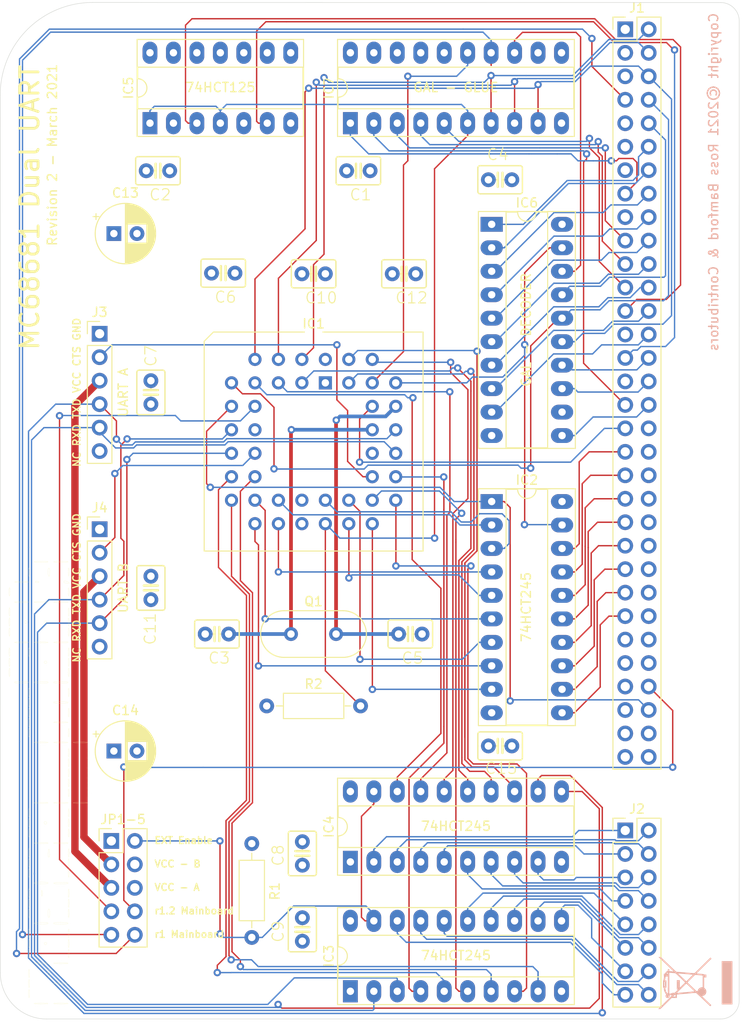
<source format=kicad_pcb>
(kicad_pcb (version 20171130) (host pcbnew "(5.1.5-0-10_14)")
  (layers (0 F.Cu signal) (1 In1.Cu signal) (2 In2.Cu signal) (31 B.Cu signal) (34 B.Paste user) (35 F.Paste user) (36 B.SilkS user) (37 F.SilkS user) (38 B.Mask user) (39 F.Mask user) (44 Edge.Cuts user))
  (net 0 "")
  (net 1 GND)
  (net 2 VCC)
  (net 3 "Net-(C5-Pad1)")
  (net 4 IP4)
  (net 5 BD7)
  (net 6 IP5)
  (net 7 BD5)
  (net 8 BD3)
  (net 9 IP2)
  (net 10 BD1)
  (net 11 SEL)
  (net 12 OP7)
  (net 13 RESET)
  (net 14 OP5)
  (net 15 OP3)
  (net 16 CTSB)
  (net 17 RXDA)
  (net 18 TXDB)
  (net 19 TXDA)
  (net 20 RXDB)
  (net 21 CTSA)
  (net 22 UDTACK)
  (net 23 OP2)
  (net 24 RnW)
  (net 25 OP4)
  (net 26 IP0)
  (net 27 OP6)
  (net 28 A4)
  (net 29 BD0)
  (net 30 A3)
  (net 31 BD2)
  (net 32 IP1)
  (net 33 BD4)
  (net 34 A2)
  (net 35 BD6)
  (net 36 IP3)
  (net 37 IRQ)
  (net 38 A1)
  (net 39 D8)
  (net 40 D9)
  (net 41 D10)
  (net 42 D11)
  (net 43 D12)
  (net 44 D13)
  (net 45 D14)
  (net 46 D15)
  (net 47 EXTEN)
  (net 48 BTXDA)
  (net 49 BTXDB)
  (net 50 BOP2)
  (net 51 BOP3)
  (net 52 BOP4)
  (net 53 BOP5)
  (net 54 BOP6)
  (net 55 BOP7)
  (net 56 IPL2)
  (net 57 IPL0)
  (net 58 A14)
  (net 59 SEL_IN)
  (net 60 A13)
  (net 61 A5)
  (net 62 A12)
  (net 63 A11)
  (net 64 A10)
  (net 65 A17)
  (net 66 A9)
  (net 67 A16)
  (net 68 A8)
  (net 69 "Net-(IC6-Pad12)")
  (net 70 A7)
  (net 71 A15)
  (net 72 A6)
  (net 73 "Net-(IC7-Pad19)")
  (net 74 "Net-(IC7-Pad18)")
  (net 75 "Net-(IC7-Pad17)")
  (net 76 "Net-(IC7-Pad16)")
  (net 77 FC2)
  (net 78 VPA)
  (net 79 FC1)
  (net 80 FC0)
  (net 81 "Net-(IC7-Pad12)")
  (net 82 UDS)
  (net 83 "Net-(IC7-Pad11)")
  (net 84 IOSEL)
  (net 85 "Net-(J1-Pad64)")
  (net 86 "Net-(J1-Pad63)")
  (net 87 "Net-(J1-Pad62)")
  (net 88 "Net-(J1-Pad61)")
  (net 89 "Net-(J1-Pad59)")
  (net 90 DTACK)
  (net 91 "Net-(J1-Pad57)")
  (net 92 "Net-(J1-Pad56)")
  (net 93 "Net-(J1-Pad55)")
  (net 94 "Net-(J1-Pad54)")
  (net 95 "Net-(J1-Pad53)")
  (net 96 "Net-(J1-Pad52)")
  (net 97 "Net-(J1-Pad50)")
  (net 98 "Net-(J1-Pad48)")
  (net 99 "Net-(J1-Pad46)")
  (net 100 "Net-(J1-Pad44)")
  (net 101 "Net-(J1-Pad42)")
  (net 102 "Net-(J1-Pad40)")
  (net 103 "Net-(J1-Pad38)")
  (net 104 "Net-(J1-Pad36)")
  (net 105 "Net-(J1-Pad31)")
  (net 106 "Net-(J1-Pad27)")
  (net 107 "Net-(J1-Pad17)")
  (net 108 "Net-(J1-Pad13)")
  (net 109 "Net-(J1-Pad11)")
  (net 110 "Net-(J1-Pad9)")
  (net 111 "Net-(J1-Pad3)")
  (net 112 BRXDB)
  (net 113 BIP5)
  (net 114 BIP4)
  (net 115 BIP3)
  (net 116 BIP2)
  (net 117 BIP1)
  (net 118 BIP0)
  (net 119 BRXDA)
  (net 120 "Net-(J3-Pad6)")
  (net 121 VCCUA)
  (net 122 "Net-(J4-Pad6)")
  (net 123 VCCUB)
  (net 124 "Net-(IC5-Pad11)")
  (net 125 "Net-(IC5-Pad8)")
  (net 126 "Net-(IC1-Pad34)")
  (net 127 "Net-(IC1-Pad23)")
  (net 128 "Net-(IC1-Pad12)")
  (net 129 IACK)
  (net 130 "Net-(IC1-Pad1)")
  (net 131 UVPA)
  (net 132 "Net-(C3-Pad2)")
  (module Package_DIP:DIP-20_W7.62mm_Socket_LongPads (layer F.Cu) (at 88.7 59.05 90)
    (fp_text reference IC7 (at 3.81 -2.33 90) (layer F.SilkS))
    (fp_text value IC7_UART_.PLD)
    (pad 20 thru_hole oval (at 7.62 0 90) (size 2.4 1.6) (drill 0.8) (layers *.Cu *.Mask) (net 2 VCC))
    (pad 10 thru_hole oval (at 0 22.86 90) (size 2.4 1.6) (drill 0.8) (layers *.Cu *.Mask) (net 1 GND))
    (pad 19 thru_hole oval (at 7.62 2.54 90) (size 2.4 1.6) (drill 0.8) (layers *.Cu *.Mask) (net 73 "Net-(IC7-Pad19)"))
    (pad 9 thru_hole oval (at 0 20.32 90) (size 2.4 1.6) (drill 0.8) (layers *.Cu *.Mask) (net 30 A3))
    (pad 18 thru_hole oval (at 7.62 5.08 90) (size 2.4 1.6) (drill 0.8) (layers *.Cu *.Mask) (net 74 "Net-(IC7-Pad18)"))
    (pad 8 thru_hole oval (at 0 17.78 90) (size 2.4 1.6) (drill 0.8) (layers *.Cu *.Mask) (net 34 A2))
    (pad 17 thru_hole oval (at 7.62 7.62 90) (size 2.4 1.6) (drill 0.8) (layers *.Cu *.Mask) (net 75 "Net-(IC7-Pad17)"))
    (pad 7 thru_hole oval (at 0 15.24 90) (size 2.4 1.6) (drill 0.8) (layers *.Cu *.Mask) (net 38 A1))
    (pad 16 thru_hole oval (at 7.62 10.16 90) (size 2.4 1.6) (drill 0.8) (layers *.Cu *.Mask) (net 76 "Net-(IC7-Pad16)"))
    (pad 6 thru_hole oval (at 0 12.7 90) (size 2.4 1.6) (drill 0.8) (layers *.Cu *.Mask) (net 37 IRQ))
    (pad 15 thru_hole oval (at 7.62 12.7 90) (size 2.4 1.6) (drill 0.8) (layers *.Cu *.Mask) (net 129 IACK))
    (pad 5 thru_hole oval (at 0 10.16 90) (size 2.4 1.6) (drill 0.8) (layers *.Cu *.Mask) (net 77 FC2))
    (pad 14 thru_hole oval (at 7.62 15.24 90) (size 2.4 1.6) (drill 0.8) (layers *.Cu *.Mask) (net 131 UVPA))
    (pad 4 thru_hole oval (at 0 7.62 90) (size 2.4 1.6) (drill 0.8) (layers *.Cu *.Mask) (net 79 FC1))
    (pad 13 thru_hole oval (at 7.62 17.78 90) (size 2.4 1.6) (drill 0.8) (layers *.Cu *.Mask) (net 59 SEL_IN))
    (pad 3 thru_hole oval (at 0 5.08 90) (size 2.4 1.6) (drill 0.8) (layers *.Cu *.Mask) (net 80 FC0))
    (pad 12 thru_hole oval (at 7.62 20.32 90) (size 2.4 1.6) (drill 0.8) (layers *.Cu *.Mask) (net 81 "Net-(IC7-Pad12)"))
    (pad 2 thru_hole oval (at 0 2.54 90) (size 2.4 1.6) (drill 0.8) (layers *.Cu *.Mask) (net 82 UDS))
    (pad 11 thru_hole oval (at 7.62 22.86 90) (size 2.4 1.6) (drill 0.8) (layers *.Cu *.Mask) (net 83 "Net-(IC7-Pad11)"))
    (pad 1 thru_hole rect (at 0 0 90) (size 2.4 1.6) (drill 0.8) (layers *.Cu *.Mask) (net 84 IOSEL))
  )
  (module Crystal:Crystal_HC49-4H_Vertical (layer F.Cu) (at 82.27 114.34)
    (fp_text reference Q1 (at 2.44 -3.525) (layer F.SilkS))
    (fp_text value Crystal)
    (pad 2 thru_hole circle (at 4.88 0) (size 1.5 1.5) (drill 0.8) (layers *.Cu *.Mask) (net 3 "Net-(C5-Pad1)"))
    (pad 1 thru_hole circle (at 0 0) (size 1.5 1.5) (drill 0.8) (layers *.Cu *.Mask) (net 132 "Net-(C3-Pad2)"))
  )
  (module Connector_PinHeader_2.54mm:PinHeader_2x05_P2.54mm_Vertical (layer F.Cu) (at 62.82 136.73)
    (fp_text reference JP1-5 (at 1.27 -2.33) (layer F.SilkS))
    (fp_text value Conn_02x05_Odd_Even)
    (pad 10 thru_hole oval (at 2.54 10.16) (size 1.7 1.7) (drill 1) (layers *.Cu *.Mask) (net 78 VPA))
    (pad 9 thru_hole oval (at 0 10.16) (size 1.7 1.7) (drill 1) (layers *.Cu *.Mask) (net 131 UVPA))
    (pad 8 thru_hole oval (at 2.54 7.62) (size 1.7 1.7) (drill 1) (layers *.Cu *.Mask) (net 90 DTACK))
    (pad 7 thru_hole oval (at 0 7.62) (size 1.7 1.7) (drill 1) (layers *.Cu *.Mask) (net 22 UDTACK))
    (pad 6 thru_hole oval (at 2.54 5.08) (size 1.7 1.7) (drill 1) (layers *.Cu *.Mask) (net 2 VCC))
    (pad 5 thru_hole oval (at 0 5.08) (size 1.7 1.7) (drill 1) (layers *.Cu *.Mask) (net 121 VCCUA))
    (pad 4 thru_hole oval (at 2.54 2.54) (size 1.7 1.7) (drill 1) (layers *.Cu *.Mask) (net 2 VCC))
    (pad 3 thru_hole oval (at 0 2.54) (size 1.7 1.7) (drill 1) (layers *.Cu *.Mask) (net 123 VCCUB))
    (pad 2 thru_hole oval (at 2.54 0) (size 1.7 1.7) (drill 1) (layers *.Cu *.Mask) (net 47 EXTEN))
    (pad 1 thru_hole rect (at 0 0) (size 1.7 1.7) (drill 1) (layers *.Cu *.Mask) (net 1 GND))
  )
  (module Resistor_THT:R_Axial_DIN0207_L6.3mm_D2.5mm_P10.16mm_Horizontal (layer F.Cu) (at 79.64 122.12)
    (fp_text reference R2 (at 5.08 -2.37) (layer F.SilkS))
    (fp_text value 10K)
    (pad 2 thru_hole oval (at 10.16 0) (size 1.6 1.6) (drill 0.8) (layers *.Cu *.Mask) (net 37 IRQ))
    (pad 1 thru_hole circle (at 0 0) (size 1.6 1.6) (drill 0.8) (layers *.Cu *.Mask) (net 2 VCC))
  )
  (module Package_LCC:PLCC-44_THT-Socket (layer F.Cu) (at 85.99 87.15635)
    (fp_text reference IC1 (at -1.27 -6.4) (layer F.SilkS))
    (fp_text value XR68C681CJTR-F)
    (pad 39 thru_hole circle (at 7.62 0) (size 1.4224 1.4224) (drill 0.8) (layers *.Cu *.Mask) (net 11 SEL))
    (pad 37 thru_hole circle (at 7.62 2.54) (size 1.4224 1.4224) (drill 0.8) (layers *.Cu *.Mask) (net 3 "Net-(C5-Pad1)"))
    (pad 35 thru_hole circle (at 7.62 5.08) (size 1.4224 1.4224) (drill 0.8) (layers *.Cu *.Mask) (net 17 RXDA))
    (pad 33 thru_hole circle (at 7.62 7.62) (size 1.4224 1.4224) (drill 0.8) (layers *.Cu *.Mask) (net 19 TXDA))
    (pad 31 thru_hole circle (at 7.62 10.16) (size 1.4224 1.4224) (drill 0.8) (layers *.Cu *.Mask) (net 23 OP2))
    (pad 40 thru_hole circle (at 5.08 -2.54) (size 1.4224 1.4224) (drill 0.8) (layers *.Cu *.Mask) (net 9 IP2))
    (pad 38 thru_hole circle (at 5.08 2.54) (size 1.4224 1.4224) (drill 0.8) (layers *.Cu *.Mask) (net 13 RESET))
    (pad 36 thru_hole circle (at 5.08 5.08) (size 1.4224 1.4224) (drill 0.8) (layers *.Cu *.Mask) (net 132 "Net-(C3-Pad2)"))
    (pad 34 thru_hole circle (at 5.08 7.62) (size 1.4224 1.4224) (drill 0.8) (layers *.Cu *.Mask) (net 126 "Net-(IC1-Pad34)"))
    (pad 32 thru_hole circle (at 5.08 10.16) (size 1.4224 1.4224) (drill 0.8) (layers *.Cu *.Mask) (net 21 CTSA))
    (pad 30 thru_hole circle (at 5.08 12.7) (size 1.4224 1.4224) (drill 0.8) (layers *.Cu *.Mask) (net 25 OP4))
    (pad 28 thru_hole circle (at 5.08 15.24) (size 1.4224 1.4224) (drill 0.8) (layers *.Cu *.Mask) (net 29 BD0))
    (pad 26 thru_hole circle (at 2.54 15.24) (size 1.4224 1.4224) (drill 0.8) (layers *.Cu *.Mask) (net 33 BD4))
    (pad 24 thru_hole circle (at 0 15.24) (size 1.4224 1.4224) (drill 0.8) (layers *.Cu *.Mask) (net 37 IRQ))
    (pad 22 thru_hole circle (at -2.54 15.24) (size 1.4224 1.4224) (drill 0.8) (layers *.Cu *.Mask) (net 1 GND))
    (pad 20 thru_hole circle (at -5.08 15.24) (size 1.4224 1.4224) (drill 0.8) (layers *.Cu *.Mask) (net 7 BD5))
    (pad 18 thru_hole circle (at -7.62 15.24) (size 1.4224 1.4224) (drill 0.8) (layers *.Cu *.Mask) (net 10 BD1))
    (pad 29 thru_hole circle (at 7.62 12.7) (size 1.4224 1.4224) (drill 0.8) (layers *.Cu *.Mask) (net 27 OP6))
    (pad 27 thru_hole circle (at 2.54 12.7) (size 1.4224 1.4224) (drill 0.8) (layers *.Cu *.Mask) (net 31 BD2))
    (pad 25 thru_hole circle (at 0 12.7) (size 1.4224 1.4224) (drill 0.8) (layers *.Cu *.Mask) (net 35 BD6))
    (pad 23 thru_hole circle (at -2.54 12.7) (size 1.4224 1.4224) (drill 0.8) (layers *.Cu *.Mask) (net 127 "Net-(IC1-Pad23)"))
    (pad 21 thru_hole circle (at -5.08 12.7) (size 1.4224 1.4224) (drill 0.8) (layers *.Cu *.Mask) (net 5 BD7))
    (pad 19 thru_hole circle (at -7.62 12.7) (size 1.4224 1.4224) (drill 0.8) (layers *.Cu *.Mask) (net 8 BD3))
    (pad 17 thru_hole circle (at -10.16 12.7) (size 1.4224 1.4224) (drill 0.8) (layers *.Cu *.Mask) (net 12 OP7))
    (pad 15 thru_hole circle (at -10.16 10.16) (size 1.4224 1.4224) (drill 0.8) (layers *.Cu *.Mask) (net 15 OP3))
    (pad 13 thru_hole circle (at -10.16 7.62) (size 1.4224 1.4224) (drill 0.8) (layers *.Cu *.Mask) (net 18 TXDB))
    (pad 11 thru_hole circle (at -10.16 5.08) (size 1.4224 1.4224) (drill 0.8) (layers *.Cu *.Mask) (net 20 RXDB))
    (pad 9 thru_hole circle (at -10.16 2.54) (size 1.4224 1.4224) (drill 0.8) (layers *.Cu *.Mask) (net 24 RnW))
    (pad 7 thru_hole circle (at -10.16 0) (size 1.4224 1.4224) (drill 0.8) (layers *.Cu *.Mask) (net 28 A4))
    (pad 16 thru_hole circle (at -7.62 10.16) (size 1.4224 1.4224) (drill 0.8) (layers *.Cu *.Mask) (net 14 OP5))
    (pad 14 thru_hole circle (at -7.62 7.62) (size 1.4224 1.4224) (drill 0.8) (layers *.Cu *.Mask) (net 16 CTSB))
    (pad 12 thru_hole circle (at -7.62 5.08) (size 1.4224 1.4224) (drill 0.8) (layers *.Cu *.Mask) (net 128 "Net-(IC1-Pad12)"))
    (pad 10 thru_hole circle (at -7.62 2.54) (size 1.4224 1.4224) (drill 0.8) (layers *.Cu *.Mask) (net 22 UDTACK))
    (pad 8 thru_hole circle (at -7.62 0) (size 1.4224 1.4224) (drill 0.8) (layers *.Cu *.Mask) (net 26 IP0))
    (pad 42 thru_hole circle (at 2.54 -2.54) (size 1.4224 1.4224) (drill 0.8) (layers *.Cu *.Mask) (net 6 IP5))
    (pad 44 thru_hole circle (at 0 -2.54) (size 1.4224 1.4224) (drill 0.8) (layers *.Cu *.Mask) (net 2 VCC))
    (pad 6 thru_hole circle (at -7.62 -2.54) (size 1.4224 1.4224) (drill 0.8) (layers *.Cu *.Mask) (net 30 A3))
    (pad 4 thru_hole circle (at -5.08 -2.54) (size 1.4224 1.4224) (drill 0.8) (layers *.Cu *.Mask) (net 34 A2))
    (pad 2 thru_hole circle (at -2.54 -2.54) (size 1.4224 1.4224) (drill 0.8) (layers *.Cu *.Mask) (net 38 A1))
    (pad 41 thru_hole circle (at 5.08 0) (size 1.4224 1.4224) (drill 0.8) (layers *.Cu *.Mask) (net 129 IACK))
    (pad 43 thru_hole circle (at 2.54 0) (size 1.4224 1.4224) (drill 0.8) (layers *.Cu *.Mask) (net 4 IP4))
    (pad 5 thru_hole circle (at -5.08 0) (size 1.4224 1.4224) (drill 0.8) (layers *.Cu *.Mask) (net 32 IP1))
    (pad 3 thru_hole circle (at -2.54 0) (size 1.4224 1.4224) (drill 0.8) (layers *.Cu *.Mask) (net 36 IP3))
    (pad 1 thru_hole rect (at 0 0) (size 1.4224 1.4224) (drill 0.8) (layers *.Cu *.Mask) (net 130 "Net-(IC1-Pad1)"))
  )
  (module Symbol:WEEE-Logo_5.6x8mm_SilkScreen (layer B.Cu) (at 126.05 152.1 270)
    (fp_text reference REF** hide)
    (fp_text value WEEE-Logo_5.6x8mm_SilkScreen hide)
  )
  (module rosco_m68k:MD-rosco_m68k_logo (layer F.Cu) (at 59.05 129.4 90)
    (fp_text reference REF** hide)
    (fp_text value MD-rosco_m68k_logo hide)
  )
  (module Package_DIP:DIP-20_W7.62mm_Socket_LongPads (layer F.Cu) (at 88.7 139 90)
    (fp_text reference IC4 (at 3.81 -2.33 90) (layer F.SilkS))
    (fp_text value 74HCT245)
    (pad 20 thru_hole oval (at 7.62 0 90) (size 2.4 1.6) (drill 0.8) (layers *.Cu *.Mask) (net 2 VCC))
    (pad 10 thru_hole oval (at 0 22.86 90) (size 2.4 1.6) (drill 0.8) (layers *.Cu *.Mask) (net 1 GND))
    (pad 19 thru_hole oval (at 7.62 2.54 90) (size 2.4 1.6) (drill 0.8) (layers *.Cu *.Mask) (net 47 EXTEN))
    (pad 9 thru_hole oval (at 0 20.32 90) (size 2.4 1.6) (drill 0.8) (layers *.Cu *.Mask) (net 112 BRXDB))
    (pad 18 thru_hole oval (at 7.62 5.08 90) (size 2.4 1.6) (drill 0.8) (layers *.Cu *.Mask) (net 26 IP0))
    (pad 8 thru_hole oval (at 0 17.78 90) (size 2.4 1.6) (drill 0.8) (layers *.Cu *.Mask) (net 119 BRXDA))
    (pad 17 thru_hole oval (at 7.62 7.62 90) (size 2.4 1.6) (drill 0.8) (layers *.Cu *.Mask) (net 32 IP1))
    (pad 7 thru_hole oval (at 0 15.24 90) (size 2.4 1.6) (drill 0.8) (layers *.Cu *.Mask) (net 113 BIP5))
    (pad 16 thru_hole oval (at 7.62 10.16 90) (size 2.4 1.6) (drill 0.8) (layers *.Cu *.Mask) (net 9 IP2))
    (pad 6 thru_hole oval (at 0 12.7 90) (size 2.4 1.6) (drill 0.8) (layers *.Cu *.Mask) (net 114 BIP4))
    (pad 15 thru_hole oval (at 7.62 12.7 90) (size 2.4 1.6) (drill 0.8) (layers *.Cu *.Mask) (net 36 IP3))
    (pad 5 thru_hole oval (at 0 10.16 90) (size 2.4 1.6) (drill 0.8) (layers *.Cu *.Mask) (net 115 BIP3))
    (pad 14 thru_hole oval (at 7.62 15.24 90) (size 2.4 1.6) (drill 0.8) (layers *.Cu *.Mask) (net 4 IP4))
    (pad 4 thru_hole oval (at 0 7.62 90) (size 2.4 1.6) (drill 0.8) (layers *.Cu *.Mask) (net 116 BIP2))
    (pad 13 thru_hole oval (at 7.62 17.78 90) (size 2.4 1.6) (drill 0.8) (layers *.Cu *.Mask) (net 6 IP5))
    (pad 3 thru_hole oval (at 0 5.08 90) (size 2.4 1.6) (drill 0.8) (layers *.Cu *.Mask) (net 117 BIP1))
    (pad 12 thru_hole oval (at 7.62 20.32 90) (size 2.4 1.6) (drill 0.8) (layers *.Cu *.Mask) (net 17 RXDA))
    (pad 2 thru_hole oval (at 0 2.54 90) (size 2.4 1.6) (drill 0.8) (layers *.Cu *.Mask) (net 118 BIP0))
    (pad 11 thru_hole oval (at 7.62 22.86 90) (size 2.4 1.6) (drill 0.8) (layers *.Cu *.Mask) (net 20 RXDB))
    (pad 1 thru_hole rect (at 0 0 90) (size 2.4 1.6) (drill 0.8) (layers *.Cu *.Mask) (net 2 VCC))
  )
  (module rosco_m68k:C2.5-3 (layer F.Cu) (at 94.5058 75.355)
    (fp_text reference C12 (at -1.016 3.302 -180) (layer F.SilkS) (effects (font (size 1.2065 1.2065) (thickness 0.12065)) (justify left bottom)))
    (fp_text value 100nF)
    (pad 1 thru_hole circle (at -1.27 0) (size 1.6002 1.6002) (drill 0.8128) (layers *.Cu *.Mask) (net 1 GND))
    (pad 2 thru_hole circle (at 1.27 0) (size 1.6002 1.6002) (drill 0.8128) (layers *.Cu *.Mask) (net 2 VCC))
  )
  (module rosco_m68k:C2.5-3 (layer F.Cu) (at 67.1 109.35 270)
    (fp_text reference C11 (at 2.6 -0.625 270) (layer F.SilkS) (effects (font (size 1.2065 1.2065) (thickness 0.12065)) (justify right bottom)))
    (fp_text value 100nF)
    (pad 1 thru_hole circle (at -1.27 0 270) (size 1.6002 1.6002) (drill 0.8128) (layers *.Cu *.Mask) (net 1 GND))
    (pad 2 thru_hole circle (at 1.27 0 270) (size 1.6002 1.6002) (drill 0.8128) (layers *.Cu *.Mask) (net 2 VCC))
  )
  (module rosco_m68k:C2.5-3 (layer F.Cu) (at 84.72 75.355)
    (fp_text reference C10 (at -1.016 3.302 -180) (layer F.SilkS) (effects (font (size 1.2065 1.2065) (thickness 0.12065)) (justify left bottom)))
    (fp_text value 100nF)
    (pad 1 thru_hole circle (at -1.27 0) (size 1.6002 1.6002) (drill 0.8128) (layers *.Cu *.Mask) (net 1 GND))
    (pad 2 thru_hole circle (at 1.27 0) (size 1.6002 1.6002) (drill 0.8128) (layers *.Cu *.Mask) (net 2 VCC))
  )
  (module rosco_m68k:C2.5-3 (layer F.Cu) (at 104.9142 126.45)
    (fp_text reference C15 (at -1.7142 3.125 -180) (layer F.SilkS) (effects (font (size 1.2065 1.2065) (thickness 0.12065)) (justify left bottom)))
    (fp_text value 100nF)
    (pad 1 thru_hole circle (at -1.27 0) (size 1.6002 1.6002) (drill 0.8128) (layers *.Cu *.Mask) (net 2 VCC))
    (pad 2 thru_hole circle (at 1.27 0) (size 1.6002 1.6002) (drill 0.8128) (layers *.Cu *.Mask) (net 1 GND))
  )
  (module rosco_m68k:C2.5-3 (layer F.Cu) (at 83.5 146.3142 270)
    (fp_text reference C9 (at -1.025 1.925 270) (layer F.SilkS) (effects (font (size 1.2065 1.2065) (thickness 0.12065)) (justify right bottom)))
    (fp_text value 100nF)
    (pad 1 thru_hole circle (at -1.27 0 270) (size 1.6002 1.6002) (drill 0.8128) (layers *.Cu *.Mask) (net 1 GND))
    (pad 2 thru_hole circle (at 1.27 0 270) (size 1.6002 1.6002) (drill 0.8128) (layers *.Cu *.Mask) (net 2 VCC))
  )
  (module rosco_m68k:C2.5-3 (layer F.Cu) (at 83.5 138.0858 270)
    (fp_text reference C8 (at -1.05 1.925 270) (layer F.SilkS) (effects (font (size 1.2065 1.2065) (thickness 0.12065)) (justify right bottom)))
    (fp_text value 100nF)
    (pad 1 thru_hole circle (at -1.27 0 270) (size 1.6002 1.6002) (drill 0.8128) (layers *.Cu *.Mask) (net 1 GND))
    (pad 2 thru_hole circle (at 1.27 0 270) (size 1.6002 1.6002) (drill 0.8128) (layers *.Cu *.Mask) (net 2 VCC))
  )
  (module rosco_m68k:C2.5-3 (layer F.Cu) (at 67.1 88.19 270)
    (fp_text reference C7 (at -5.215 -0.7 270) (layer F.SilkS) (effects (font (size 1.2065 1.2065) (thickness 0.12065)) (justify right bottom)))
    (fp_text value 100nF)
    (pad 1 thru_hole circle (at -1.27 0 270) (size 1.6002 1.6002) (drill 0.8128) (layers *.Cu *.Mask) (net 2 VCC))
    (pad 2 thru_hole circle (at 1.27 0 270) (size 1.6002 1.6002) (drill 0.8128) (layers *.Cu *.Mask) (net 1 GND))
  )
  (module rosco_m68k:C2.5-3 (layer F.Cu) (at 74.9342 75.28)
    (fp_text reference C6 (at -1.016 3.302 -180) (layer F.SilkS) (effects (font (size 1.2065 1.2065) (thickness 0.12065)) (justify left bottom)))
    (fp_text value 100nF)
    (pad 1 thru_hole circle (at -1.27 0) (size 1.6002 1.6002) (drill 0.8128) (layers *.Cu *.Mask) (net 2 VCC))
    (pad 2 thru_hole circle (at 1.27 0) (size 1.6002 1.6002) (drill 0.8128) (layers *.Cu *.Mask) (net 1 GND))
  )
  (module rosco_m68k:C2.5-3 (layer F.Cu) (at 95.19 114.34)
    (fp_text reference C5 (at -1.016 3.302 -180) (layer F.SilkS) (effects (font (size 1.2065 1.2065) (thickness 0.12065)) (justify left bottom)))
    (fp_text value 7pF)
    (pad 1 thru_hole circle (at -1.27 0) (size 1.6002 1.6002) (drill 0.8128) (layers *.Cu *.Mask) (net 3 "Net-(C5-Pad1)"))
    (pad 2 thru_hole circle (at 1.27 0) (size 1.6002 1.6002) (drill 0.8128) (layers *.Cu *.Mask) (net 1 GND))
  )
  (module rosco_m68k:C2.5-3 (layer F.Cu) (at 104.9142 65.175 180)
    (fp_text reference C4 (at -1 2.025 180) (layer F.SilkS) (effects (font (size 1.2065 1.2065) (thickness 0.12065)) (justify right bottom)))
    (fp_text value 100nF)
    (pad 1 thru_hole circle (at -1.27 0 180) (size 1.6002 1.6002) (drill 0.8128) (layers *.Cu *.Mask) (net 2 VCC))
    (pad 2 thru_hole circle (at 1.27 0 180) (size 1.6002 1.6002) (drill 0.8128) (layers *.Cu *.Mask) (net 1 GND))
  )
  (module rosco_m68k:C2.5-3 (layer F.Cu) (at 74.25 114.34)
    (fp_text reference C3 (at -1.016 3.302 -180) (layer F.SilkS) (effects (font (size 1.2065 1.2065) (thickness 0.12065)) (justify left bottom)))
    (fp_text value 7pF)
    (pad 1 thru_hole circle (at -1.27 0) (size 1.6002 1.6002) (drill 0.8128) (layers *.Cu *.Mask) (net 1 GND))
    (pad 2 thru_hole circle (at 1.27 0) (size 1.6002 1.6002) (drill 0.8128) (layers *.Cu *.Mask) (net 132 "Net-(C3-Pad2)"))
  )
  (module rosco_m68k:C2.5-3 (layer F.Cu) (at 67.8642 64.2)
    (fp_text reference C2 (at -1.016 3.302 -180) (layer F.SilkS) (effects (font (size 1.2065 1.2065) (thickness 0.12065)) (justify left bottom)))
    (fp_text value 100nF)
    (pad 1 thru_hole circle (at -1.27 0) (size 1.6002 1.6002) (drill 0.8128) (layers *.Cu *.Mask) (net 2 VCC))
    (pad 2 thru_hole circle (at 1.27 0) (size 1.6002 1.6002) (drill 0.8128) (layers *.Cu *.Mask) (net 1 GND))
  )
  (module rosco_m68k:C2.5-3 (layer F.Cu) (at 89.5642 64.2)
    (fp_text reference C1 (at -1.016 3.302 -180) (layer F.SilkS) (effects (font (size 1.2065 1.2065) (thickness 0.12065)) (justify left bottom)))
    (fp_text value 100nF)
    (pad 1 thru_hole circle (at -1.27 0) (size 1.6002 1.6002) (drill 0.8128) (layers *.Cu *.Mask) (net 2 VCC))
    (pad 2 thru_hole circle (at 1.27 0) (size 1.6002 1.6002) (drill 0.8128) (layers *.Cu *.Mask) (net 1 GND))
  )
  (module Resistor_THT:R_Axial_DIN0207_L6.3mm_D2.5mm_P10.16mm_Horizontal (layer F.Cu) (at 78.025 147.175 90)
    (fp_text reference R1 (at 5 2.5 90) (layer F.SilkS))
    (fp_text value 10K)
    (pad 2 thru_hole oval (at 10.16 0 90) (size 1.6 1.6) (drill 0.8) (layers *.Cu *.Mask) (net 2 VCC))
    (pad 1 thru_hole circle (at 0 0 90) (size 1.6 1.6) (drill 0.8) (layers *.Cu *.Mask) (net 47 EXTEN))
  )
  (module Connector_PinHeader_2.54mm:PinHeader_1x06_P2.54mm_Vertical (layer F.Cu) (at 61.55 103)
    (fp_text reference J4 (at 0 -2.33) (layer F.SilkS))
    (fp_text value UART_B)
    (pad 6 thru_hole oval (at 0 12.7) (size 1.7 1.7) (drill 1) (layers *.Cu *.Mask) (net 122 "Net-(J4-Pad6)"))
    (pad 5 thru_hole oval (at 0 10.16) (size 1.7 1.7) (drill 1) (layers *.Cu *.Mask) (net 18 TXDB))
    (pad 4 thru_hole oval (at 0 7.62) (size 1.7 1.7) (drill 1) (layers *.Cu *.Mask) (net 20 RXDB))
    (pad 3 thru_hole oval (at 0 5.08) (size 1.7 1.7) (drill 1) (layers *.Cu *.Mask) (net 123 VCCUB))
    (pad 2 thru_hole oval (at 0 2.54) (size 1.7 1.7) (drill 1) (layers *.Cu *.Mask) (net 16 CTSB))
    (pad 1 thru_hole rect (at 0 0) (size 1.7 1.7) (drill 1) (layers *.Cu *.Mask) (net 1 GND))
  )
  (module Connector_PinHeader_2.54mm:PinHeader_1x06_P2.54mm_Vertical (layer F.Cu) (at 61.55 81.84)
    (fp_text reference J3 (at 0 -2.33) (layer F.SilkS))
    (fp_text value UART_A)
    (pad 6 thru_hole oval (at 0 12.7) (size 1.7 1.7) (drill 1) (layers *.Cu *.Mask) (net 120 "Net-(J3-Pad6)"))
    (pad 5 thru_hole oval (at 0 10.16) (size 1.7 1.7) (drill 1) (layers *.Cu *.Mask) (net 19 TXDA))
    (pad 4 thru_hole oval (at 0 7.62) (size 1.7 1.7) (drill 1) (layers *.Cu *.Mask) (net 17 RXDA))
    (pad 3 thru_hole oval (at 0 5.08) (size 1.7 1.7) (drill 1) (layers *.Cu *.Mask) (net 121 VCCUA))
    (pad 2 thru_hole oval (at 0 2.54) (size 1.7 1.7) (drill 1) (layers *.Cu *.Mask) (net 21 CTSA))
    (pad 1 thru_hole rect (at 0 0) (size 1.7 1.7) (drill 1) (layers *.Cu *.Mask) (net 1 GND))
  )
  (module Connector_PinHeader_2.54mm:PinHeader_2x08_P2.54mm_Vertical (layer F.Cu) (at 118.46 135.6)
    (fp_text reference J2 (at 1.27 -2.33) (layer F.SilkS))
    (fp_text value EXTBUS)
    (pad 16 thru_hole oval (at 2.54 17.78) (size 1.7 1.7) (drill 1) (layers *.Cu *.Mask) (net 49 BTXDB))
    (pad 15 thru_hole oval (at 0 17.78) (size 1.7 1.7) (drill 1) (layers *.Cu *.Mask) (net 48 BTXDA))
    (pad 14 thru_hole oval (at 2.54 15.24) (size 1.7 1.7) (drill 1) (layers *.Cu *.Mask) (net 50 BOP2))
    (pad 13 thru_hole oval (at 0 15.24) (size 1.7 1.7) (drill 1) (layers *.Cu *.Mask) (net 55 BOP7))
    (pad 12 thru_hole oval (at 2.54 12.7) (size 1.7 1.7) (drill 1) (layers *.Cu *.Mask) (net 53 BOP5))
    (pad 11 thru_hole oval (at 0 12.7) (size 1.7 1.7) (drill 1) (layers *.Cu *.Mask) (net 54 BOP6))
    (pad 10 thru_hole oval (at 2.54 10.16) (size 1.7 1.7) (drill 1) (layers *.Cu *.Mask) (net 52 BOP4))
    (pad 9 thru_hole oval (at 0 10.16) (size 1.7 1.7) (drill 1) (layers *.Cu *.Mask) (net 51 BOP3))
    (pad 8 thru_hole oval (at 2.54 7.62) (size 1.7 1.7) (drill 1) (layers *.Cu *.Mask) (net 113 BIP5))
    (pad 7 thru_hole oval (at 0 7.62) (size 1.7 1.7) (drill 1) (layers *.Cu *.Mask) (net 114 BIP4))
    (pad 6 thru_hole oval (at 2.54 5.08) (size 1.7 1.7) (drill 1) (layers *.Cu *.Mask) (net 119 BRXDA))
    (pad 5 thru_hole oval (at 0 5.08) (size 1.7 1.7) (drill 1) (layers *.Cu *.Mask) (net 112 BRXDB))
    (pad 4 thru_hole oval (at 2.54 2.54) (size 1.7 1.7) (drill 1) (layers *.Cu *.Mask) (net 116 BIP2))
    (pad 3 thru_hole oval (at 0 2.54) (size 1.7 1.7) (drill 1) (layers *.Cu *.Mask) (net 115 BIP3))
    (pad 2 thru_hole oval (at 2.54 0) (size 1.7 1.7) (drill 1) (layers *.Cu *.Mask) (net 117 BIP1))
    (pad 1 thru_hole rect (at 0 0) (size 1.7 1.7) (drill 1) (layers *.Cu *.Mask) (net 118 BIP0))
  )
  (module Connector_PinHeader_2.54mm:PinHeader_2x32_P2.54mm_Vertical (layer F.Cu) (at 118.46 48.9)
    (fp_text reference J1 (at 1.27 -2.33) (layer F.SilkS))
    (fp_text value Conn_02x32_Odd_Even)
    (pad 64 thru_hole oval (at 2.54 78.74) (size 1.7 1.7) (drill 1) (layers *.Cu *.Mask) (net 85 "Net-(J1-Pad64)"))
    (pad 63 thru_hole oval (at 0 78.74) (size 1.7 1.7) (drill 1) (layers *.Cu *.Mask) (net 86 "Net-(J1-Pad63)"))
    (pad 62 thru_hole oval (at 2.54 76.2) (size 1.7 1.7) (drill 1) (layers *.Cu *.Mask) (net 87 "Net-(J1-Pad62)"))
    (pad 61 thru_hole oval (at 0 76.2) (size 1.7 1.7) (drill 1) (layers *.Cu *.Mask) (net 88 "Net-(J1-Pad61)"))
    (pad 60 thru_hole oval (at 2.54 73.66) (size 1.7 1.7) (drill 1) (layers *.Cu *.Mask) (net 24 RnW))
    (pad 59 thru_hole oval (at 0 73.66) (size 1.7 1.7) (drill 1) (layers *.Cu *.Mask) (net 89 "Net-(J1-Pad59)"))
    (pad 58 thru_hole oval (at 2.54 71.12) (size 1.7 1.7) (drill 1) (layers *.Cu *.Mask) (net 90 DTACK))
    (pad 57 thru_hole oval (at 0 71.12) (size 1.7 1.7) (drill 1) (layers *.Cu *.Mask) (net 91 "Net-(J1-Pad57)"))
    (pad 56 thru_hole oval (at 2.54 68.58) (size 1.7 1.7) (drill 1) (layers *.Cu *.Mask) (net 92 "Net-(J1-Pad56)"))
    (pad 55 thru_hole oval (at 0 68.58) (size 1.7 1.7) (drill 1) (layers *.Cu *.Mask) (net 93 "Net-(J1-Pad55)"))
    (pad 54 thru_hole oval (at 2.54 66.04) (size 1.7 1.7) (drill 1) (layers *.Cu *.Mask) (net 94 "Net-(J1-Pad54)"))
    (pad 53 thru_hole oval (at 0 66.04) (size 1.7 1.7) (drill 1) (layers *.Cu *.Mask) (net 95 "Net-(J1-Pad53)"))
    (pad 52 thru_hole oval (at 2.54 63.5) (size 1.7 1.7) (drill 1) (layers *.Cu *.Mask) (net 96 "Net-(J1-Pad52)"))
    (pad 51 thru_hole oval (at 0 63.5) (size 1.7 1.7) (drill 1) (layers *.Cu *.Mask) (net 39 D8))
    (pad 50 thru_hole oval (at 2.54 60.96) (size 1.7 1.7) (drill 1) (layers *.Cu *.Mask) (net 97 "Net-(J1-Pad50)"))
    (pad 49 thru_hole oval (at 0 60.96) (size 1.7 1.7) (drill 1) (layers *.Cu *.Mask) (net 40 D9))
    (pad 48 thru_hole oval (at 2.54 58.42) (size 1.7 1.7) (drill 1) (layers *.Cu *.Mask) (net 98 "Net-(J1-Pad48)"))
    (pad 47 thru_hole oval (at 0 58.42) (size 1.7 1.7) (drill 1) (layers *.Cu *.Mask) (net 41 D10))
    (pad 46 thru_hole oval (at 2.54 55.88) (size 1.7 1.7) (drill 1) (layers *.Cu *.Mask) (net 99 "Net-(J1-Pad46)"))
    (pad 45 thru_hole oval (at 0 55.88) (size 1.7 1.7) (drill 1) (layers *.Cu *.Mask) (net 42 D11))
    (pad 44 thru_hole oval (at 2.54 53.34) (size 1.7 1.7) (drill 1) (layers *.Cu *.Mask) (net 100 "Net-(J1-Pad44)"))
    (pad 43 thru_hole oval (at 0 53.34) (size 1.7 1.7) (drill 1) (layers *.Cu *.Mask) (net 43 D12))
    (pad 42 thru_hole oval (at 2.54 50.8) (size 1.7 1.7) (drill 1) (layers *.Cu *.Mask) (net 101 "Net-(J1-Pad42)"))
    (pad 41 thru_hole oval (at 0 50.8) (size 1.7 1.7) (drill 1) (layers *.Cu *.Mask) (net 44 D13))
    (pad 40 thru_hole oval (at 2.54 48.26) (size 1.7 1.7) (drill 1) (layers *.Cu *.Mask) (net 102 "Net-(J1-Pad40)"))
    (pad 39 thru_hole oval (at 0 48.26) (size 1.7 1.7) (drill 1) (layers *.Cu *.Mask) (net 45 D14))
    (pad 38 thru_hole oval (at 2.54 45.72) (size 1.7 1.7) (drill 1) (layers *.Cu *.Mask) (net 103 "Net-(J1-Pad38)"))
    (pad 37 thru_hole oval (at 0 45.72) (size 1.7 1.7) (drill 1) (layers *.Cu *.Mask) (net 46 D15))
    (pad 36 thru_hole oval (at 2.54 43.18) (size 1.7 1.7) (drill 1) (layers *.Cu *.Mask) (net 104 "Net-(J1-Pad36)"))
    (pad 35 thru_hole oval (at 0 43.18) (size 1.7 1.7) (drill 1) (layers *.Cu *.Mask) (net 13 RESET))
    (pad 34 thru_hole oval (at 2.54 40.64) (size 1.7 1.7) (drill 1) (layers *.Cu *.Mask) (net 65 A17))
    (pad 33 thru_hole oval (at 0 40.64) (size 1.7 1.7) (drill 1) (layers *.Cu *.Mask) (net 82 UDS))
    (pad 32 thru_hole oval (at 2.54 38.1) (size 1.7 1.7) (drill 1) (layers *.Cu *.Mask) (net 67 A16))
    (pad 31 thru_hole oval (at 0 38.1) (size 1.7 1.7) (drill 1) (layers *.Cu *.Mask) (net 105 "Net-(J1-Pad31)"))
    (pad 30 thru_hole oval (at 2.54 35.56) (size 1.7 1.7) (drill 1) (layers *.Cu *.Mask) (net 71 A15))
    (pad 29 thru_hole oval (at 0 35.56) (size 1.7 1.7) (drill 1) (layers *.Cu *.Mask) (net 56 IPL2))
    (pad 28 thru_hole oval (at 2.54 33.02) (size 1.7 1.7) (drill 1) (layers *.Cu *.Mask) (net 58 A14))
    (pad 27 thru_hole oval (at 0 33.02) (size 1.7 1.7) (drill 1) (layers *.Cu *.Mask) (net 106 "Net-(J1-Pad27)"))
    (pad 26 thru_hole oval (at 2.54 30.48) (size 1.7 1.7) (drill 1) (layers *.Cu *.Mask) (net 60 A13))
    (pad 25 thru_hole oval (at 0 30.48) (size 1.7 1.7) (drill 1) (layers *.Cu *.Mask) (net 57 IPL0))
    (pad 24 thru_hole oval (at 2.54 27.94) (size 1.7 1.7) (drill 1) (layers *.Cu *.Mask) (net 62 A12))
    (pad 23 thru_hole oval (at 0 27.94) (size 1.7 1.7) (drill 1) (layers *.Cu *.Mask) (net 77 FC2))
    (pad 22 thru_hole oval (at 2.54 25.4) (size 1.7 1.7) (drill 1) (layers *.Cu *.Mask) (net 63 A11))
    (pad 21 thru_hole oval (at 0 25.4) (size 1.7 1.7) (drill 1) (layers *.Cu *.Mask) (net 79 FC1))
    (pad 20 thru_hole oval (at 2.54 22.86) (size 1.7 1.7) (drill 1) (layers *.Cu *.Mask) (net 64 A10))
    (pad 19 thru_hole oval (at 0 22.86) (size 1.7 1.7) (drill 1) (layers *.Cu *.Mask) (net 80 FC0))
    (pad 18 thru_hole oval (at 2.54 20.32) (size 1.7 1.7) (drill 1) (layers *.Cu *.Mask) (net 66 A9))
    (pad 17 thru_hole oval (at 0 20.32) (size 1.7 1.7) (drill 1) (layers *.Cu *.Mask) (net 107 "Net-(J1-Pad17)"))
    (pad 16 thru_hole oval (at 2.54 17.78) (size 1.7 1.7) (drill 1) (layers *.Cu *.Mask) (net 68 A8))
    (pad 15 thru_hole oval (at 0 17.78) (size 1.7 1.7) (drill 1) (layers *.Cu *.Mask) (net 84 IOSEL))
    (pad 14 thru_hole oval (at 2.54 15.24) (size 1.7 1.7) (drill 1) (layers *.Cu *.Mask) (net 70 A7))
    (pad 13 thru_hole oval (at 0 15.24) (size 1.7 1.7) (drill 1) (layers *.Cu *.Mask) (net 108 "Net-(J1-Pad13)"))
    (pad 12 thru_hole oval (at 2.54 12.7) (size 1.7 1.7) (drill 1) (layers *.Cu *.Mask) (net 72 A6))
    (pad 11 thru_hole oval (at 0 12.7) (size 1.7 1.7) (drill 1) (layers *.Cu *.Mask) (net 109 "Net-(J1-Pad11)"))
    (pad 10 thru_hole oval (at 2.54 10.16) (size 1.7 1.7) (drill 1) (layers *.Cu *.Mask) (net 61 A5))
    (pad 9 thru_hole oval (at 0 10.16) (size 1.7 1.7) (drill 1) (layers *.Cu *.Mask) (net 110 "Net-(J1-Pad9)"))
    (pad 8 thru_hole oval (at 2.54 7.62) (size 1.7 1.7) (drill 1) (layers *.Cu *.Mask) (net 28 A4))
    (pad 7 thru_hole oval (at 0 7.62) (size 1.7 1.7) (drill 1) (layers *.Cu *.Mask) (net 78 VPA))
    (pad 6 thru_hole oval (at 2.54 5.08) (size 1.7 1.7) (drill 1) (layers *.Cu *.Mask) (net 30 A3))
    (pad 5 thru_hole oval (at 0 5.08) (size 1.7 1.7) (drill 1) (layers *.Cu *.Mask) (net 1 GND))
    (pad 4 thru_hole oval (at 2.54 2.54) (size 1.7 1.7) (drill 1) (layers *.Cu *.Mask) (net 34 A2))
    (pad 3 thru_hole oval (at 0 2.54) (size 1.7 1.7) (drill 1) (layers *.Cu *.Mask) (net 111 "Net-(J1-Pad3)"))
    (pad 2 thru_hole oval (at 2.54 0) (size 1.7 1.7) (drill 1) (layers *.Cu *.Mask) (net 38 A1))
    (pad 1 thru_hole rect (at 0 0) (size 1.7 1.7) (drill 1) (layers *.Cu *.Mask) (net 2 VCC))
  )
  (module Package_DIP:DIP-20_W7.62mm_Socket_LongPads (layer F.Cu) (at 104 70)
    (fp_text reference IC6 (at 3.81 -2.33) (layer F.SilkS))
    (fp_text value IC6_DECO.PLD)
    (pad 20 thru_hole oval (at 7.62 0) (size 2.4 1.6) (drill 0.8) (layers *.Cu *.Mask) (net 2 VCC))
    (pad 10 thru_hole oval (at 0 22.86) (size 2.4 1.6) (drill 0.8) (layers *.Cu *.Mask) (net 1 GND))
    (pad 19 thru_hole oval (at 7.62 2.54) (size 2.4 1.6) (drill 0.8) (layers *.Cu *.Mask) (net 11 SEL))
    (pad 9 thru_hole oval (at 0 20.32) (size 2.4 1.6) (drill 0.8) (layers *.Cu *.Mask) (net 58 A14))
    (pad 18 thru_hole oval (at 7.62 5.08) (size 2.4 1.6) (drill 0.8) (layers *.Cu *.Mask) (net 59 SEL_IN))
    (pad 8 thru_hole oval (at 0 17.78) (size 2.4 1.6) (drill 0.8) (layers *.Cu *.Mask) (net 60 A13))
    (pad 17 thru_hole oval (at 7.62 7.62) (size 2.4 1.6) (drill 0.8) (layers *.Cu *.Mask) (net 61 A5))
    (pad 7 thru_hole oval (at 0 15.24) (size 2.4 1.6) (drill 0.8) (layers *.Cu *.Mask) (net 62 A12))
    (pad 16 thru_hole oval (at 7.62 10.16) (size 2.4 1.6) (drill 0.8) (layers *.Cu *.Mask) (net 28 A4))
    (pad 6 thru_hole oval (at 0 12.7) (size 2.4 1.6) (drill 0.8) (layers *.Cu *.Mask) (net 63 A11))
    (pad 15 thru_hole oval (at 7.62 12.7) (size 2.4 1.6) (drill 0.8) (layers *.Cu *.Mask) (net 30 A3))
    (pad 5 thru_hole oval (at 0 10.16) (size 2.4 1.6) (drill 0.8) (layers *.Cu *.Mask) (net 64 A10))
    (pad 14 thru_hole oval (at 7.62 15.24) (size 2.4 1.6) (drill 0.8) (layers *.Cu *.Mask) (net 71 A15))
    (pad 4 thru_hole oval (at 0 7.62) (size 2.4 1.6) (drill 0.8) (layers *.Cu *.Mask) (net 66 A9))
    (pad 13 thru_hole oval (at 7.62 17.78) (size 2.4 1.6) (drill 0.8) (layers *.Cu *.Mask) (net 67 A16))
    (pad 3 thru_hole oval (at 0 5.08) (size 2.4 1.6) (drill 0.8) (layers *.Cu *.Mask) (net 68 A8))
    (pad 12 thru_hole oval (at 7.62 20.32) (size 2.4 1.6) (drill 0.8) (layers *.Cu *.Mask) (net 69 "Net-(IC6-Pad12)"))
    (pad 2 thru_hole oval (at 0 2.54) (size 2.4 1.6) (drill 0.8) (layers *.Cu *.Mask) (net 70 A7))
    (pad 11 thru_hole oval (at 7.62 22.86) (size 2.4 1.6) (drill 0.8) (layers *.Cu *.Mask) (net 65 A17))
    (pad 1 thru_hole rect (at 0 0) (size 2.4 1.6) (drill 0.8) (layers *.Cu *.Mask) (net 72 A6))
  )
  (module Package_DIP:DIP-14_W7.62mm_Socket_LongPads (layer F.Cu) (at 67 59.05 90)
    (fp_text reference IC5 (at 3.81 -2.33 90) (layer F.SilkS))
    (fp_text value 74125)
    (pad 14 thru_hole oval (at 7.62 0 90) (size 2.4 1.6) (drill 0.8) (layers *.Cu *.Mask) (net 2 VCC))
    (pad 7 thru_hole oval (at 0 15.24 90) (size 2.4 1.6) (drill 0.8) (layers *.Cu *.Mask) (net 1 GND))
    (pad 13 thru_hole oval (at 7.62 2.54 90) (size 2.4 1.6) (drill 0.8) (layers *.Cu *.Mask) (net 2 VCC))
    (pad 6 thru_hole oval (at 0 12.7 90) (size 2.4 1.6) (drill 0.8) (layers *.Cu *.Mask) (net 56 IPL2))
    (pad 12 thru_hole oval (at 7.62 5.08 90) (size 2.4 1.6) (drill 0.8) (layers *.Cu *.Mask) (net 2 VCC))
    (pad 5 thru_hole oval (at 0 10.16 90) (size 2.4 1.6) (drill 0.8) (layers *.Cu *.Mask) (net 1 GND))
    (pad 11 thru_hole oval (at 7.62 7.62 90) (size 2.4 1.6) (drill 0.8) (layers *.Cu *.Mask) (net 124 "Net-(IC5-Pad11)"))
    (pad 4 thru_hole oval (at 0 7.62 90) (size 2.4 1.6) (drill 0.8) (layers *.Cu *.Mask) (net 37 IRQ))
    (pad 10 thru_hole oval (at 7.62 10.16 90) (size 2.4 1.6) (drill 0.8) (layers *.Cu *.Mask) (net 2 VCC))
    (pad 3 thru_hole oval (at 0 5.08 90) (size 2.4 1.6) (drill 0.8) (layers *.Cu *.Mask) (net 57 IPL0))
    (pad 9 thru_hole oval (at 7.62 12.7 90) (size 2.4 1.6) (drill 0.8) (layers *.Cu *.Mask) (net 2 VCC))
    (pad 2 thru_hole oval (at 0 2.54 90) (size 2.4 1.6) (drill 0.8) (layers *.Cu *.Mask) (net 1 GND))
    (pad 8 thru_hole oval (at 7.62 15.24 90) (size 2.4 1.6) (drill 0.8) (layers *.Cu *.Mask) (net 125 "Net-(IC5-Pad8)"))
    (pad 1 thru_hole rect (at 0 0 90) (size 2.4 1.6) (drill 0.8) (layers *.Cu *.Mask) (net 37 IRQ))
  )
  (module Package_DIP:DIP-20_W7.62mm_Socket_LongPads (layer F.Cu) (at 88.7 153 90)
    (fp_text reference IC3 (at 3.81 -2.33 90) (layer F.SilkS))
    (fp_text value 74HCT245)
    (pad 20 thru_hole oval (at 7.62 0 90) (size 2.4 1.6) (drill 0.8) (layers *.Cu *.Mask) (net 2 VCC))
    (pad 10 thru_hole oval (at 0 22.86 90) (size 2.4 1.6) (drill 0.8) (layers *.Cu *.Mask) (net 1 GND))
    (pad 19 thru_hole oval (at 7.62 2.54 90) (size 2.4 1.6) (drill 0.8) (layers *.Cu *.Mask) (net 47 EXTEN))
    (pad 9 thru_hole oval (at 0 20.32 90) (size 2.4 1.6) (drill 0.8) (layers *.Cu *.Mask) (net 12 OP7))
    (pad 18 thru_hole oval (at 7.62 5.08 90) (size 2.4 1.6) (drill 0.8) (layers *.Cu *.Mask) (net 48 BTXDA))
    (pad 8 thru_hole oval (at 0 17.78 90) (size 2.4 1.6) (drill 0.8) (layers *.Cu *.Mask) (net 27 OP6))
    (pad 17 thru_hole oval (at 7.62 7.62 90) (size 2.4 1.6) (drill 0.8) (layers *.Cu *.Mask) (net 49 BTXDB))
    (pad 7 thru_hole oval (at 0 15.24 90) (size 2.4 1.6) (drill 0.8) (layers *.Cu *.Mask) (net 14 OP5))
    (pad 16 thru_hole oval (at 7.62 10.16 90) (size 2.4 1.6) (drill 0.8) (layers *.Cu *.Mask) (net 50 BOP2))
    (pad 6 thru_hole oval (at 0 12.7 90) (size 2.4 1.6) (drill 0.8) (layers *.Cu *.Mask) (net 25 OP4))
    (pad 15 thru_hole oval (at 7.62 12.7 90) (size 2.4 1.6) (drill 0.8) (layers *.Cu *.Mask) (net 51 BOP3))
    (pad 5 thru_hole oval (at 0 10.16 90) (size 2.4 1.6) (drill 0.8) (layers *.Cu *.Mask) (net 15 OP3))
    (pad 14 thru_hole oval (at 7.62 15.24 90) (size 2.4 1.6) (drill 0.8) (layers *.Cu *.Mask) (net 52 BOP4))
    (pad 4 thru_hole oval (at 0 7.62 90) (size 2.4 1.6) (drill 0.8) (layers *.Cu *.Mask) (net 23 OP2))
    (pad 13 thru_hole oval (at 7.62 17.78 90) (size 2.4 1.6) (drill 0.8) (layers *.Cu *.Mask) (net 53 BOP5))
    (pad 3 thru_hole oval (at 0 5.08 90) (size 2.4 1.6) (drill 0.8) (layers *.Cu *.Mask) (net 18 TXDB))
    (pad 12 thru_hole oval (at 7.62 20.32 90) (size 2.4 1.6) (drill 0.8) (layers *.Cu *.Mask) (net 54 BOP6))
    (pad 2 thru_hole oval (at 0 2.54 90) (size 2.4 1.6) (drill 0.8) (layers *.Cu *.Mask) (net 19 TXDA))
    (pad 11 thru_hole oval (at 7.62 22.86 90) (size 2.4 1.6) (drill 0.8) (layers *.Cu *.Mask) (net 55 BOP7))
    (pad 1 thru_hole rect (at 0 0 90) (size 2.4 1.6) (drill 0.8) (layers *.Cu *.Mask) (net 2 VCC))
  )
  (module Package_DIP:DIP-20_W7.62mm_Socket_LongPads (layer F.Cu) (at 104 100)
    (fp_text reference IC2 (at 3.81 -2.33) (layer F.SilkS))
    (fp_text value 74HCT245)
    (pad 20 thru_hole oval (at 7.62 0) (size 2.4 1.6) (drill 0.8) (layers *.Cu *.Mask) (net 2 VCC))
    (pad 10 thru_hole oval (at 0 22.86) (size 2.4 1.6) (drill 0.8) (layers *.Cu *.Mask) (net 1 GND))
    (pad 19 thru_hole oval (at 7.62 2.54) (size 2.4 1.6) (drill 0.8) (layers *.Cu *.Mask) (net 11 SEL))
    (pad 9 thru_hole oval (at 0 20.32) (size 2.4 1.6) (drill 0.8) (layers *.Cu *.Mask) (net 29 BD0))
    (pad 18 thru_hole oval (at 7.62 5.08) (size 2.4 1.6) (drill 0.8) (layers *.Cu *.Mask) (net 46 D15))
    (pad 8 thru_hole oval (at 0 17.78) (size 2.4 1.6) (drill 0.8) (layers *.Cu *.Mask) (net 10 BD1))
    (pad 17 thru_hole oval (at 7.62 7.62) (size 2.4 1.6) (drill 0.8) (layers *.Cu *.Mask) (net 45 D14))
    (pad 7 thru_hole oval (at 0 15.24) (size 2.4 1.6) (drill 0.8) (layers *.Cu *.Mask) (net 31 BD2))
    (pad 16 thru_hole oval (at 7.62 10.16) (size 2.4 1.6) (drill 0.8) (layers *.Cu *.Mask) (net 44 D13))
    (pad 6 thru_hole oval (at 0 12.7) (size 2.4 1.6) (drill 0.8) (layers *.Cu *.Mask) (net 8 BD3))
    (pad 15 thru_hole oval (at 7.62 12.7) (size 2.4 1.6) (drill 0.8) (layers *.Cu *.Mask) (net 43 D12))
    (pad 5 thru_hole oval (at 0 10.16) (size 2.4 1.6) (drill 0.8) (layers *.Cu *.Mask) (net 33 BD4))
    (pad 14 thru_hole oval (at 7.62 15.24) (size 2.4 1.6) (drill 0.8) (layers *.Cu *.Mask) (net 42 D11))
    (pad 4 thru_hole oval (at 0 7.62) (size 2.4 1.6) (drill 0.8) (layers *.Cu *.Mask) (net 7 BD5))
    (pad 13 thru_hole oval (at 7.62 17.78) (size 2.4 1.6) (drill 0.8) (layers *.Cu *.Mask) (net 41 D10))
    (pad 3 thru_hole oval (at 0 5.08) (size 2.4 1.6) (drill 0.8) (layers *.Cu *.Mask) (net 35 BD6))
    (pad 12 thru_hole oval (at 7.62 20.32) (size 2.4 1.6) (drill 0.8) (layers *.Cu *.Mask) (net 40 D9))
    (pad 2 thru_hole oval (at 0 2.54) (size 2.4 1.6) (drill 0.8) (layers *.Cu *.Mask) (net 5 BD7))
    (pad 11 thru_hole oval (at 7.62 22.86) (size 2.4 1.6) (drill 0.8) (layers *.Cu *.Mask) (net 39 D8))
    (pad 1 thru_hole rect (at 0 0) (size 2.4 1.6) (drill 0.8) (layers *.Cu *.Mask) (net 24 RnW))
  )
  (module Capacitor_THT:CP_Radial_D6.3mm_P2.50mm (layer F.Cu) (at 63.092621 127)
    (fp_text reference C14 (at 1.25 -4.4) (layer F.SilkS))
    (fp_text value 220uF)
    (pad 2 thru_hole circle (at 2.5 0) (size 1.6 1.6) (drill 0.8) (layers *.Cu *.Mask) (net 1 GND))
    (pad 1 thru_hole rect (at 0 0) (size 1.6 1.6) (drill 0.8) (layers *.Cu *.Mask) (net 2 VCC))
  )
  (module Capacitor_THT:CP_Radial_D6.3mm_P2.50mm (layer F.Cu) (at 63.092621 71)
    (fp_text reference C13 (at 1.25 -4.4) (layer F.SilkS))
    (fp_text value 220uF)
    (pad 2 thru_hole circle (at 2.5 0) (size 1.6 1.6) (drill 0.8) (layers *.Cu *.Mask) (net 1 GND))
    (pad 1 thru_hole rect (at 0 0) (size 1.6 1.6) (drill 0.8) (layers *.Cu *.Mask) (net 2 VCC))
  )
  (gr_text "r1 Mainboard" (at 71.257143 146.83) (layer F.SilkS) (effects (font (size 0.75 0.75))))
  (gr_text "r1.2 Mainboard" (at 71.792857 144.29) (layer F.SilkS) (effects (font (size 0.75 0.75))))
  (gr_text "VCC - B" (at 69.989286 139.21) (layer F.SilkS) (effects (font (size 0.75 0.75))))
  (gr_text "VCC - A" (at 69.935714 141.75) (layer F.SilkS) (effects (font (size 0.75 0.75))))
  (gr_text "EXT Enable" (at 70.65 136.67) (layer F.SilkS) (effects (font (size 0.75 0.75))))
  (gr_text 74HCT125 (at 74.625 55.1825) (layer F.SilkS) (effects (font (size 1 1))))
  (gr_text "GAL - GLUE" (at 100.125 55.1825) (layer F.SilkS) (effects (font (size 1 1))))
  (gr_text "GAL - DECODER" (at 107.7325 81.425 90) (layer F.SilkS) (effects (font (size 1 1))))
  (gr_text 74HCT245 (at 107.7325 111.425001 90) (layer F.SilkS) (effects (font (size 1 1))))
  (gr_text 74HCT245 (at 100.125 135.1325) (layer F.SilkS) (effects (font (size 1 1))))
  (gr_text 74HCT245 (at 100.125 149.1325) (layer F.SilkS) (effects (font (size 1 1))))
  (gr_text "Copyright ©2021 Ross Bamford & Contributors" (at 128.025 65.425 90) (layer B.SilkS) (effects (font (size 1 1)) (justify mirror)))
  (gr_text "UART B" (at 64.1 109.350001 90) (layer F.SilkS) (effects (font (size 1 1))))
  (gr_text "UART A" (at 64.1 88.19 90) (layer F.SilkS) (effects (font (size 1 1))))
  (gr_text "NC RXD TXD VCC CTS GND" (at 59.075 88.19 90) (layer F.SilkS) (effects (font (size 0.8 0.8))))
  (gr_text "NC RXD TXD VCC CTS GND" (at 59.075 109.35 90) (layer F.SilkS) (effects (font (size 0.8 0.8))))
  (gr_text "Revision 2 - March 2021" (at 56.425 62.502381 90) (layer F.SilkS) (effects (font (size 1 1))))
  (gr_text "MC68681 Dual UART" (at 53.975 68.172619 90) (layer F.SilkS) (effects (font (size 2 2) (thickness 0.3))))
  (gr_line (start 60.8 45.987508) (end 128.8 45.997502) (layer Edge.Cuts) (width 0.05))
  (gr_line (start 130.8 154) (end 130.802498 48) (layer Edge.Cuts) (width 0.05))
  (gr_line (start 55.8 156) (end 128.8 156) (layer Edge.Cuts) (width 0.05))
  (gr_line (start 50.787508 56) (end 50.8 151) (layer Edge.Cuts) (width 0.05))
  (gr_arc (start 128.8 154) (end 128.8 156) (angle -90) (layer Edge.Cuts) (width 0.05))
  (gr_arc (start 128.8 48) (end 130.802498 48) (angle -90) (layer Edge.Cuts) (width 0.05))
  (gr_arc (start 60.8 56) (end 60.8 45.987508) (angle -90) (layer Edge.Cuts) (width 0.05))
  (gr_arc (start 55.8 151) (end 50.8 151) (angle -90) (layer Edge.Cuts) (width 0.05))
  (segment (start 87.15 114.34) (end 93.92 114.34) (width 0.4) (layer B.Cu) (net 3))
  (via (at 87.17 91.19) (size 0.8) (drill 0.4) (layers F.Cu B.Cu) (net 3))
  (segment (start 87.15 91.21) (end 87.17 91.19) (width 0.4) (layer F.Cu) (net 3))
  (segment (start 87.15 114.34) (end 87.15 91.21) (width 0.4) (layer F.Cu) (net 3))
  (segment (start 92.516349 90.790001) (end 92.898801 90.407549) (width 0.4) (layer B.Cu) (net 3))
  (segment (start 92.898801 90.407549) (end 93.61 89.69635) (width 0.4) (layer B.Cu) (net 3))
  (segment (start 87.569999 90.790001) (end 92.516349 90.790001) (width 0.4) (layer B.Cu) (net 3))
  (segment (start 87.17 91.19) (end 87.569999 90.790001) (width 0.4) (layer B.Cu) (net 3))
  (segment (start 103.94 131.38) (end 103.94 130.099633) (width 0.15) (layer F.Cu) (net 4))
  (segment (start 103.94 130.099633) (end 103.94 129.915) (width 0.15) (layer F.Cu) (net 4))
  (segment (start 103.94 129.915) (end 103.225 129.2) (width 0.15) (layer F.Cu) (net 4))
  (segment (start 101.625 129.2) (end 100.77502 128.35002) (width 0.15) (layer F.Cu) (net 4))
  (segment (start 103.225 129.2) (end 101.625 129.2) (width 0.15) (layer F.Cu) (net 4))
  (segment (start 100.77502 128.35002) (end 100.77502 127.7) (width 0.15) (layer F.Cu) (net 4))
  (segment (start 100.77502 127.7) (end 100.77502 116.4) (width 0.15) (layer F.Cu) (net 4))
  (segment (start 100.77502 106.515347) (end 101.690368 105.6) (width 0.15) (layer F.Cu) (net 4))
  (segment (start 100.77502 116.4) (end 100.77502 106.515347) (width 0.15) (layer F.Cu) (net 4))
  (segment (start 101.690368 105.6) (end 102.07499 105.215378) (width 0.15) (layer F.Cu) (net 4))
  (segment (start 102.07499 105.215378) (end 102.07499 95.875) (width 0.15) (layer F.Cu) (net 4))
  (segment (start 102.07499 95.875) (end 102.07499 95.859623) (width 0.15) (layer F.Cu) (net 4))
  (via (at 101.738436 85.905872) (size 0.8) (drill 0.4) (layers F.Cu B.Cu) (net 4))
  (segment (start 102.07499 86.242426) (end 101.738436 85.905872) (width 0.15) (layer F.Cu) (net 4))
  (segment (start 102.07499 95.875) (end 102.07499 86.242426) (width 0.15) (layer F.Cu) (net 4))
  (segment (start 89.491201 86.195149) (end 88.53 87.15635) (width 0.15) (layer B.Cu) (net 4))
  (segment (start 100.883474 86.195149) (end 89.491201 86.195149) (width 0.15) (layer B.Cu) (net 4))
  (segment (start 101.172751 85.905872) (end 100.883474 86.195149) (width 0.15) (layer B.Cu) (net 4))
  (segment (start 101.738436 85.905872) (end 101.172751 85.905872) (width 0.15) (layer B.Cu) (net 4))
  (segment (start 82.488799 101.435149) (end 80.91 99.85635) (width 0.15) (layer B.Cu) (net 5))
  (segment (start 99.464782 101.435149) (end 82.488799 101.435149) (width 0.15) (layer B.Cu) (net 5))
  (segment (start 100.569632 102.54) (end 99.464782 101.435149) (width 0.15) (layer B.Cu) (net 5))
  (segment (start 104 102.54) (end 100.569632 102.54) (width 0.15) (layer B.Cu) (net 5))
  (segment (start 106.48 130.98) (end 104.225 128.725) (width 0.15) (layer F.Cu) (net 6))
  (segment (start 106.48 131.38) (end 106.48 130.98) (width 0.15) (layer F.Cu) (net 6))
  (segment (start 104.225 128.725) (end 103.025 128.725) (width 0.15) (layer F.Cu) (net 6))
  (segment (start 101.875 128.725) (end 101.10003 127.95003) (width 0.15) (layer F.Cu) (net 6))
  (segment (start 101.10003 127.95003) (end 101.10003 116.265377) (width 0.15) (layer F.Cu) (net 6))
  (segment (start 103.025 128.725) (end 101.875 128.725) (width 0.15) (layer F.Cu) (net 6))
  (segment (start 101.10003 116.265377) (end 101.10003 125.525) (width 0.15) (layer F.Cu) (net 6))
  (segment (start 102.335149 83.655149) (end 102.41 83.73) (width 0.15) (layer B.Cu) (net 6))
  (via (at 102.41 83.73) (size 0.8) (drill 0.4) (layers F.Cu B.Cu) (net 6))
  (segment (start 89.491201 83.655149) (end 102.335149 83.655149) (width 0.15) (layer B.Cu) (net 6))
  (segment (start 88.53 84.61635) (end 89.491201 83.655149) (width 0.15) (layer B.Cu) (net 6))
  (segment (start 102.41 95.715) (end 102.4 95.725) (width 0.15) (layer F.Cu) (net 6))
  (segment (start 101.10003 106.64997) (end 101.10003 116.265377) (width 0.15) (layer F.Cu) (net 6))
  (segment (start 102.41 105.34) (end 101.10003 106.64997) (width 0.15) (layer F.Cu) (net 6))
  (segment (start 102.41 83.73) (end 102.41 105.34) (width 0.15) (layer F.Cu) (net 6))
  (segment (start 104 107.62) (end 89.295 107.62) (width 0.15) (layer B.Cu) (net 7))
  (via (at 80.91 107.62) (size 0.8) (drill 0.4) (layers F.Cu B.Cu) (net 7))
  (segment (start 89.295 107.62) (end 80.91 107.62) (width 0.15) (layer B.Cu) (net 7))
  (segment (start 80.91 107.62) (end 80.91 102.39635) (width 0.15) (layer F.Cu) (net 7))
  (via (at 79.47 112.69) (size 0.8) (drill 0.4) (layers F.Cu B.Cu) (net 8))
  (segment (start 79.48 112.7) (end 79.47 112.69) (width 0.15) (layer B.Cu) (net 8))
  (segment (start 104 112.7) (end 79.48 112.7) (width 0.15) (layer B.Cu) (net 8))
  (segment (start 79.47 100.95635) (end 78.37 99.85635) (width 0.15) (layer F.Cu) (net 8))
  (segment (start 79.47 112.69) (end 79.47 100.95635) (width 0.15) (layer F.Cu) (net 8))
  (segment (start 99.79999 129.09001) (end 99.79999 128.884623) (width 0.15) (layer F.Cu) (net 9))
  (segment (start 98.86 130.03) (end 99.79999 129.09001) (width 0.15) (layer F.Cu) (net 9))
  (segment (start 98.86 131.38) (end 98.86 130.03) (width 0.15) (layer F.Cu) (net 9))
  (segment (start 99.79999 128.884623) (end 99.79999 118.39999) (width 0.15) (layer F.Cu) (net 9))
  (segment (start 99.79999 101.296645) (end 101.42497 99.671665) (width 0.15) (layer F.Cu) (net 9))
  (segment (start 99.79999 118.39999) (end 99.79999 101.296645) (width 0.15) (layer F.Cu) (net 9))
  (segment (start 101.42497 99.671665) (end 101.42497 96.4) (width 0.15) (layer F.Cu) (net 9))
  (segment (start 91.07365 84.62) (end 91.07 84.61635) (width 0.15) (layer B.Cu) (net 9))
  (segment (start 101.42497 96.4) (end 101.42497 87.89497) (width 0.15) (layer F.Cu) (net 9))
  (via (at 99.554903 84.926493) (size 0.8) (drill 0.4) (layers F.Cu B.Cu) (net 9))
  (segment (start 99.554903 86.024903) (end 99.554903 84.926493) (width 0.15) (layer F.Cu) (net 9))
  (segment (start 101.42497 87.89497) (end 99.554903 86.024903) (width 0.15) (layer F.Cu) (net 9))
  (segment (start 91.380143 84.926493) (end 91.07 84.61635) (width 0.15) (layer B.Cu) (net 9))
  (segment (start 99.554903 84.926493) (end 91.380143 84.926493) (width 0.15) (layer B.Cu) (net 9))
  (via (at 78.75 117.79) (size 0.8) (drill 0.4) (layers F.Cu B.Cu) (net 10))
  (segment (start 78.76 117.78) (end 78.75 117.79) (width 0.15) (layer B.Cu) (net 10))
  (segment (start 104 117.78) (end 78.76 117.78) (width 0.15) (layer B.Cu) (net 10))
  (segment (start 78.37 104.32) (end 78.37 102.39635) (width 0.15) (layer F.Cu) (net 10))
  (segment (start 78.75 104.7) (end 78.37 104.32) (width 0.15) (layer F.Cu) (net 10))
  (segment (start 78.75 117.79) (end 78.75 104.7) (width 0.15) (layer F.Cu) (net 10))
  (via (at 107.572298 83.022298) (size 0.8) (drill 0.4) (layers F.Cu B.Cu) (net 11))
  (segment (start 110.27 72.54) (end 107.572298 75.237702) (width 0.15) (layer F.Cu) (net 11))
  (segment (start 107.572298 75.237702) (end 107.572298 83.022298) (width 0.15) (layer F.Cu) (net 11))
  (segment (start 111.62 72.54) (end 110.27 72.54) (width 0.15) (layer F.Cu) (net 11))
  (segment (start 107.572298 102.477702) (end 107.55 102.5) (width 0.15) (layer F.Cu) (net 11))
  (via (at 107.55 102.5) (size 0.8) (drill 0.4) (layers F.Cu B.Cu) (net 11))
  (segment (start 107.572298 83.022298) (end 107.572298 102.477702) (width 0.15) (layer F.Cu) (net 11))
  (segment (start 111.58 102.5) (end 111.62 102.54) (width 0.15) (layer B.Cu) (net 11))
  (segment (start 107.55 102.5) (end 111.58 102.5) (width 0.15) (layer B.Cu) (net 11))
  (segment (start 105.190368 86.53) (end 101.92 86.53) (width 0.15) (layer B.Cu) (net 11))
  (segment (start 101.92 86.53) (end 101.29365 87.15635) (width 0.15) (layer B.Cu) (net 11))
  (segment (start 107.572298 84.14807) (end 105.190368 86.53) (width 0.15) (layer B.Cu) (net 11))
  (segment (start 101.29365 87.15635) (end 93.61 87.15635) (width 0.15) (layer B.Cu) (net 11))
  (segment (start 107.572298 83.022298) (end 107.572298 84.14807) (width 0.15) (layer B.Cu) (net 11))
  (segment (start 109.02 150.895) (end 109.02 153.6) (width 0.15) (layer B.Cu) (net 12))
  (segment (start 108.44998 150.32498) (end 109.02 150.895) (width 0.15) (layer B.Cu) (net 12))
  (segment (start 78.72498 150.32498) (end 108.44998 150.32498) (width 0.15) (layer B.Cu) (net 12))
  (via (at 75.79 149.59) (size 0.8) (drill 0.4) (layers F.Cu B.Cu) (net 12))
  (segment (start 77.99 149.59) (end 78.72498 150.32498) (width 0.15) (layer B.Cu) (net 12))
  (segment (start 75.79 149.59) (end 77.99 149.59) (width 0.15) (layer B.Cu) (net 12))
  (segment (start 77.77499 110.025377) (end 77.584602 109.83499) (width 0.15) (layer F.Cu) (net 12))
  (segment (start 75.83 108.080388) (end 75.83 99.85635) (width 0.15) (layer F.Cu) (net 12))
  (segment (start 77.584602 109.83499) (end 75.83 108.080388) (width 0.15) (layer F.Cu) (net 12))
  (segment (start 77.77499 132.455377) (end 77.77499 110.025377) (width 0.15) (layer F.Cu) (net 12))
  (segment (start 75.559311 149.149311) (end 75.559311 134.671055) (width 0.15) (layer F.Cu) (net 12))
  (segment (start 75.559311 134.671055) (end 77.77499 132.455377) (width 0.15) (layer F.Cu) (net 12))
  (segment (start 75.79 149.38) (end 75.559311 149.149311) (width 0.15) (layer F.Cu) (net 12))
  (segment (start 75.79 149.59) (end 75.79 149.38) (width 0.15) (layer F.Cu) (net 12))
  (segment (start 116.344998 92.08) (end 118.46 92.08) (width 0.15) (layer B.Cu) (net 13))
  (segment (start 116.344998 92.08) (end 116.21 92.08) (width 0.15) (layer B.Cu) (net 13))
  (segment (start 112.552449 95.737551) (end 90.472449 95.737551) (width 0.15) (layer B.Cu) (net 13))
  (segment (start 116.21 92.08) (end 112.552449 95.737551) (width 0.15) (layer B.Cu) (net 13))
  (via (at 89.7 95.74) (size 0.8) (drill 0.4) (layers F.Cu B.Cu) (net 13))
  (segment (start 90.47 95.74) (end 89.7 95.74) (width 0.15) (layer B.Cu) (net 13))
  (segment (start 90.472449 95.737551) (end 90.47 95.74) (width 0.15) (layer B.Cu) (net 13))
  (segment (start 89.7 91.06635) (end 91.07 89.69635) (width 0.15) (layer F.Cu) (net 13))
  (segment (start 89.7 95.74) (end 89.7 91.06635) (width 0.15) (layer F.Cu) (net 13))
  (segment (start 103.42499 150.64999) (end 103.94 151.165) (width 0.15) (layer B.Cu) (net 14))
  (segment (start 103.94 151.165) (end 103.94 153.6) (width 0.15) (layer B.Cu) (net 14))
  (segment (start 77.525 150.64999) (end 103.42499 150.64999) (width 0.15) (layer B.Cu) (net 14))
  (via (at 76.79 150.325) (size 0.8) (drill 0.4) (layers F.Cu B.Cu) (net 14))
  (segment (start 77.11499 150.64999) (end 76.79 150.325) (width 0.15) (layer B.Cu) (net 14))
  (segment (start 77.525 150.64999) (end 77.11499 150.64999) (width 0.15) (layer B.Cu) (net 14))
  (segment (start 76.791201 98.895149) (end 77.658801 98.027549) (width 0.15) (layer F.Cu) (net 14))
  (segment (start 77.658801 98.027549) (end 78.37 97.31635) (width 0.15) (layer F.Cu) (net 14))
  (segment (start 76.791201 108.561201) (end 76.791201 98.895149) (width 0.15) (layer F.Cu) (net 14))
  (segment (start 78.099999 109.869999) (end 76.791201 108.561201) (width 0.15) (layer F.Cu) (net 14))
  (segment (start 75.884321 134.805677) (end 78.1 132.59) (width 0.15) (layer F.Cu) (net 14))
  (segment (start 75.884321 148.722319) (end 75.884321 134.805677) (width 0.15) (layer F.Cu) (net 14))
  (segment (start 76.79 149.627998) (end 75.884321 148.722319) (width 0.15) (layer F.Cu) (net 14))
  (segment (start 78.1 132.59) (end 78.099999 109.869999) (width 0.15) (layer F.Cu) (net 14))
  (segment (start 76.79 150.325) (end 76.79 149.627998) (width 0.15) (layer F.Cu) (net 14))
  (via (at 74.29 150.98) (size 0.8) (drill 0.4) (layers F.Cu B.Cu) (net 15))
  (segment (start 75.85 150.975) (end 97.975 150.975) (width 0.15) (layer B.Cu) (net 15))
  (segment (start 98.86 151.86) (end 98.86 153.6) (width 0.15) (layer B.Cu) (net 15))
  (segment (start 97.975 150.975) (end 98.86 151.86) (width 0.15) (layer B.Cu) (net 15))
  (segment (start 75.845 150.98) (end 74.29 150.98) (width 0.15) (layer B.Cu) (net 15))
  (segment (start 75.85 150.975) (end 75.845 150.98) (width 0.15) (layer B.Cu) (net 15))
  (segment (start 74.42 107.13002) (end 74.42 98.72635) (width 0.15) (layer F.Cu) (net 15))
  (segment (start 77.44998 110.16) (end 74.42 107.13002) (width 0.15) (layer F.Cu) (net 15))
  (segment (start 74.42 98.72635) (end 75.83 97.31635) (width 0.15) (layer F.Cu) (net 15))
  (segment (start 77.44998 132.320754) (end 77.44998 110.16) (width 0.15) (layer F.Cu) (net 15))
  (segment (start 75.234301 134.536433) (end 77.44998 132.320754) (width 0.15) (layer F.Cu) (net 15))
  (segment (start 74.29 150.192057) (end 75.234301 149.247756) (width 0.15) (layer F.Cu) (net 15))
  (segment (start 75.234301 149.247756) (end 75.234301 134.536433) (width 0.15) (layer F.Cu) (net 15))
  (segment (start 74.29 150.98) (end 74.29 150.192057) (width 0.15) (layer F.Cu) (net 15))
  (segment (start 61.55 105.54) (end 63.199999 103.890001) (width 0.15) (layer F.Cu) (net 16))
  (via (at 63.199999 96.97) (size 0.8) (drill 0.4) (layers F.Cu B.Cu) (net 16))
  (segment (start 64.069998 96.100001) (end 63.199999 96.97) (width 0.15) (layer B.Cu) (net 16))
  (segment (start 77.046349 96.100001) (end 64.069998 96.100001) (width 0.15) (layer B.Cu) (net 16))
  (segment (start 78.37 94.77635) (end 77.046349 96.100001) (width 0.15) (layer B.Cu) (net 16))
  (segment (start 63.199999 96.97) (end 63.199999 103.890001) (width 0.15) (layer F.Cu) (net 16))
  (segment (start 61.55 89.46) (end 56.79 89.46) (width 0.15) (layer B.Cu) (net 17))
  (segment (start 56.79 89.46) (end 54.45 91.8) (width 0.15) (layer B.Cu) (net 17))
  (segment (start 54.45 91.8) (end 53.85 92.4) (width 0.15) (layer B.Cu) (net 17))
  (segment (start 53.85 92.4) (end 53.85 104.975) (width 0.15) (layer B.Cu) (net 17))
  (segment (start 53.85 104.975) (end 53.85 142.075) (width 0.15) (layer B.Cu) (net 17))
  (segment (start 53.85 149.39487) (end 59.85513 155.4) (width 0.15) (layer B.Cu) (net 17))
  (segment (start 53.85 142.075) (end 53.85 149.39487) (width 0.15) (layer B.Cu) (net 17))
  (via (at 115.975 155.325) (size 0.8) (drill 0.4) (layers F.Cu B.Cu) (net 17))
  (segment (start 115.9 155.4) (end 115.975 155.325) (width 0.15) (layer B.Cu) (net 17))
  (segment (start 59.85513 155.4) (end 115.9 155.4) (width 0.15) (layer B.Cu) (net 17))
  (segment (start 109.02 130.03) (end 109.02 131.38) (width 0.15) (layer F.Cu) (net 17))
  (segment (start 109.4 129.65) (end 109.02 130.03) (width 0.15) (layer F.Cu) (net 17))
  (segment (start 112.509633 129.65) (end 109.4 129.65) (width 0.15) (layer F.Cu) (net 17))
  (segment (start 115.975 133.115367) (end 112.509633 129.65) (width 0.15) (layer F.Cu) (net 17))
  (segment (start 115.975 155.325) (end 115.975 133.115367) (width 0.15) (layer F.Cu) (net 17))
  (segment (start 93.61 92.23635) (end 92.64635 93.2) (width 0.15) (layer B.Cu) (net 17))
  (segment (start 75.325982 93.2) (end 74.975973 93.55001) (width 0.15) (layer B.Cu) (net 17))
  (segment (start 92.64635 93.2) (end 75.325982 93.2) (width 0.15) (layer B.Cu) (net 17))
  (segment (start 74.975973 93.55001) (end 67.7 93.55001) (width 0.15) (layer B.Cu) (net 17))
  (segment (start 67.7 93.55001) (end 65.41999 93.55001) (width 0.15) (layer B.Cu) (net 17))
  (via (at 63.37 93.25) (size 0.8) (drill 0.4) (layers F.Cu B.Cu) (net 17))
  (segment (start 65.094999 93.875001) (end 63.995001 93.875001) (width 0.15) (layer B.Cu) (net 17))
  (segment (start 63.995001 93.875001) (end 63.37 93.25) (width 0.15) (layer B.Cu) (net 17))
  (segment (start 65.41999 93.55001) (end 65.094999 93.875001) (width 0.15) (layer B.Cu) (net 17))
  (segment (start 63.37 91.28) (end 61.55 89.46) (width 0.15) (layer F.Cu) (net 17))
  (segment (start 63.37 93.25) (end 63.37 91.28) (width 0.15) (layer F.Cu) (net 17))
  (segment (start 61.55 113.16) (end 64.5 110.21) (width 0.15) (layer F.Cu) (net 18))
  (via (at 64.5 95.45) (size 0.8) (drill 0.4) (layers F.Cu B.Cu) (net 18))
  (segment (start 64.5 110.21) (end 64.5 95.45) (width 0.15) (layer F.Cu) (net 18))
  (segment (start 93.78 151.65) (end 93.78 153) (width 0.15) (layer B.Cu) (net 18))
  (segment (start 93.67999 151.54999) (end 93.78 151.65) (width 0.15) (layer B.Cu) (net 18))
  (segment (start 82.62501 151.54999) (end 93.67999 151.54999) (width 0.15) (layer B.Cu) (net 18))
  (segment (start 79.75003 154.42497) (end 82.62501 151.54999) (width 0.15) (layer B.Cu) (net 18))
  (segment (start 54.82503 114.14997) (end 54.82503 148.991004) (width 0.15) (layer B.Cu) (net 18))
  (segment (start 60.258996 154.42497) (end 79.75003 154.42497) (width 0.15) (layer B.Cu) (net 18))
  (segment (start 54.82503 148.991004) (end 60.258996 154.42497) (width 0.15) (layer B.Cu) (net 18))
  (segment (start 55.815 113.16) (end 54.82503 114.14997) (width 0.15) (layer B.Cu) (net 18))
  (segment (start 61.55 113.16) (end 55.815 113.16) (width 0.15) (layer B.Cu) (net 18))
  (segment (start 65.17365 94.77635) (end 64.5 95.45) (width 0.15) (layer B.Cu) (net 18))
  (segment (start 75.83 94.77635) (end 65.17365 94.77635) (width 0.15) (layer B.Cu) (net 18))
  (segment (start 55.525 92) (end 54.17501 93.34999) (width 0.15) (layer B.Cu) (net 19))
  (segment (start 59.989752 155.07499) (end 91.11501 155.07499) (width 0.15) (layer B.Cu) (net 19))
  (segment (start 54.17501 149.260248) (end 59.989752 155.07499) (width 0.15) (layer B.Cu) (net 19))
  (segment (start 91.11501 155.07499) (end 91.24 154.95) (width 0.15) (layer B.Cu) (net 19))
  (segment (start 54.17501 93.34999) (end 54.17501 149.260248) (width 0.15) (layer B.Cu) (net 19))
  (segment (start 91.24 154.95) (end 91.24 153.6) (width 0.15) (layer B.Cu) (net 19))
  (segment (start 61.55 92) (end 55.525 92) (width 0.15) (layer B.Cu) (net 19))
  (segment (start 93.61 94.77635) (end 92.35866 93.52501) (width 0.15) (layer B.Cu) (net 19))
  (segment (start 75.460606 93.52501) (end 75.110596 93.87502) (width 0.15) (layer B.Cu) (net 19))
  (segment (start 92.35866 93.52501) (end 75.460606 93.52501) (width 0.15) (layer B.Cu) (net 19))
  (segment (start 65.554612 93.87502) (end 65.229622 94.200011) (width 0.15) (layer B.Cu) (net 19))
  (segment (start 65.229622 94.200011) (end 63.270011 94.200011) (width 0.15) (layer B.Cu) (net 19))
  (segment (start 75.110596 93.87502) (end 65.554612 93.87502) (width 0.15) (layer B.Cu) (net 19))
  (segment (start 63.270011 94.200011) (end 62.399999 93.329999) (width 0.15) (layer B.Cu) (net 19))
  (segment (start 61.55 92.48) (end 61.55 92) (width 0.15) (layer B.Cu) (net 19))
  (segment (start 62.399999 93.329999) (end 61.55 92.48) (width 0.15) (layer B.Cu) (net 19))
  (segment (start 61.55 110.62) (end 64.17499 107.99501) (width 0.15) (layer F.Cu) (net 20))
  (segment (start 64.17499 107.99501) (end 64.17499 104.3) (width 0.15) (layer F.Cu) (net 20))
  (via (at 64.525 93.225) (size 0.8) (drill 0.4) (layers F.Cu B.Cu) (net 20))
  (segment (start 63.849999 93.900001) (end 64.525 93.225) (width 0.15) (layer F.Cu) (net 20))
  (segment (start 63.849999 103.975009) (end 63.849999 93.900001) (width 0.15) (layer F.Cu) (net 20))
  (segment (start 64.17499 104.3) (end 63.849999 103.975009) (width 0.15) (layer F.Cu) (net 20))
  (segment (start 61.55 110.62) (end 56.055 110.62) (width 0.15) (layer B.Cu) (net 20))
  (segment (start 56.055 110.62) (end 54.50002 112.17498) (width 0.15) (layer B.Cu) (net 20))
  (segment (start 54.50002 140.22498) (end 54.50002 149.125626) (width 0.15) (layer B.Cu) (net 20))
  (segment (start 54.50002 112.17498) (end 54.50002 140.22498) (width 0.15) (layer B.Cu) (net 20))
  (segment (start 54.50002 140.22498) (end 54.50002 140.35002) (width 0.15) (layer B.Cu) (net 20))
  (segment (start 54.50002 149.125626) (end 60.124374 154.74998) (width 0.15) (layer B.Cu) (net 20))
  (via (at 80.875 154.42499) (size 0.8) (drill 0.4) (layers F.Cu B.Cu) (net 20))
  (segment (start 81.19999 154.74998) (end 80.875 154.42499) (width 0.15) (layer B.Cu) (net 20))
  (segment (start 60.124374 154.74998) (end 81.19999 154.74998) (width 0.15) (layer B.Cu) (net 20))
  (segment (start 115.64999 133.24999) (end 113.78 131.38) (width 0.15) (layer F.Cu) (net 20))
  (segment (start 113.78 131.38) (end 111.56 131.38) (width 0.15) (layer F.Cu) (net 20))
  (segment (start 114.600011 154.824989) (end 115.64999 153.77501) (width 0.15) (layer F.Cu) (net 20))
  (segment (start 81.274999 154.824989) (end 114.600011 154.824989) (width 0.15) (layer F.Cu) (net 20))
  (segment (start 115.64999 153.77501) (end 115.64999 133.24999) (width 0.15) (layer F.Cu) (net 20))
  (segment (start 80.875 154.42499) (end 81.274999 154.824989) (width 0.15) (layer F.Cu) (net 20))
  (segment (start 74.84135 93.225) (end 75.83 92.23635) (width 0.15) (layer B.Cu) (net 20))
  (segment (start 64.525 93.225) (end 74.84135 93.225) (width 0.15) (layer B.Cu) (net 20))
  (via (at 87.24 83.04) (size 0.8) (drill 0.4) (layers F.Cu B.Cu) (net 21))
  (segment (start 62.89 83.04) (end 87.24 83.04) (width 0.15) (layer B.Cu) (net 21))
  (segment (start 61.55 84.38) (end 62.89 83.04) (width 0.15) (layer B.Cu) (net 21))
  (segment (start 87.24 83.04) (end 87.24 89) (width 0.15) (layer F.Cu) (net 21))
  (segment (start 87.24 89) (end 88.4 90.16) (width 0.15) (layer F.Cu) (net 21))
  (segment (start 88.4 95.652138) (end 90.064212 97.31635) (width 0.15) (layer F.Cu) (net 21))
  (segment (start 90.064212 97.31635) (end 91.07 97.31635) (width 0.15) (layer F.Cu) (net 21))
  (segment (start 88.4 90.16) (end 88.4 95.652138) (width 0.15) (layer F.Cu) (net 21))
  (segment (start 78.37 89.69635) (end 76.791201 91.275149) (width 0.15) (layer B.Cu) (net 22))
  (segment (start 76.791201 91.275149) (end 70.334851 91.275149) (width 0.15) (layer B.Cu) (net 22))
  (segment (start 70.334851 91.275149) (end 69.749702 90.69) (width 0.15) (layer B.Cu) (net 22))
  (via (at 57.21 90.71) (size 0.8) (drill 0.4) (layers F.Cu B.Cu) (net 22))
  (segment (start 57.23 90.69) (end 57.21 90.71) (width 0.15) (layer B.Cu) (net 22))
  (segment (start 69.749702 90.69) (end 57.23 90.69) (width 0.15) (layer B.Cu) (net 22))
  (segment (start 57.21 138.74) (end 62.82 144.35) (width 0.15) (layer F.Cu) (net 22))
  (segment (start 57.21 90.71) (end 57.21 138.74) (width 0.15) (layer F.Cu) (net 22))
  (segment (start 95.37 153) (end 95.05 152.68) (width 0.15) (layer F.Cu) (net 23))
  (segment (start 96.32 153) (end 95.37 153) (width 0.15) (layer F.Cu) (net 23))
  (segment (start 95.05 152.68) (end 95.05 130.375) (width 0.15) (layer F.Cu) (net 23))
  (segment (start 95.05 130.375) (end 95.05 130.15) (width 0.15) (layer F.Cu) (net 23))
  (segment (start 95.05 130.15) (end 95.05 129.925) (width 0.15) (layer F.Cu) (net 23))
  (segment (start 95.05 129.925) (end 98.82496 126.15004) (width 0.15) (layer F.Cu) (net 23))
  (segment (start 98.82496 126.15004) (end 98.82496 124.35) (width 0.15) (layer F.Cu) (net 23))
  (segment (start 98.82496 100.85004) (end 98.825 100.85) (width 0.15) (layer F.Cu) (net 23))
  (segment (start 98.82496 124.35) (end 98.82496 100.85004) (width 0.15) (layer F.Cu) (net 23))
  (via (at 98.81 97.34) (size 0.8) (drill 0.4) (layers F.Cu B.Cu) (net 23))
  (segment (start 98.82496 97.35496) (end 98.81 97.34) (width 0.15) (layer F.Cu) (net 23))
  (segment (start 98.82496 100.85004) (end 98.82496 97.35496) (width 0.15) (layer F.Cu) (net 23))
  (segment (start 93.63365 97.34) (end 93.61 97.31635) (width 0.15) (layer B.Cu) (net 23))
  (segment (start 98.81 97.34) (end 93.63365 97.34) (width 0.15) (layer B.Cu) (net 23))
  (via (at 106 121.575) (size 0.8) (drill 0.4) (layers F.Cu B.Cu) (net 24))
  (segment (start 106.115001 121.459999) (end 106 121.575) (width 0.15) (layer B.Cu) (net 24))
  (segment (start 119.899999 121.459999) (end 106.115001 121.459999) (width 0.15) (layer B.Cu) (net 24))
  (segment (start 121 122.56) (end 119.899999 121.459999) (width 0.15) (layer B.Cu) (net 24))
  (segment (start 105.35 100) (end 104 100) (width 0.15) (layer F.Cu) (net 24))
  (segment (start 106 100.65) (end 105.35 100) (width 0.15) (layer F.Cu) (net 24))
  (segment (start 106 121.575) (end 106 100.65) (width 0.15) (layer F.Cu) (net 24))
  (segment (start 104 100) (end 99.939632 100) (width 0.15) (layer B.Cu) (net 24))
  (via (at 73.53 98.46) (size 0.8) (drill 0.4) (layers F.Cu B.Cu) (net 24))
  (segment (start 98.399633 98.46) (end 73.53 98.46) (width 0.15) (layer B.Cu) (net 24))
  (segment (start 99.939632 100) (end 98.399633 98.46) (width 0.15) (layer B.Cu) (net 24))
  (segment (start 75.118801 90.407549) (end 75.83 89.69635) (width 0.15) (layer F.Cu) (net 24))
  (segment (start 73.130001 92.396349) (end 75.118801 90.407549) (width 0.15) (layer F.Cu) (net 24))
  (segment (start 73.130001 98.060001) (end 73.130001 92.396349) (width 0.15) (layer F.Cu) (net 24))
  (segment (start 73.53 98.46) (end 73.130001 98.060001) (width 0.15) (layer F.Cu) (net 24))
  (segment (start 100.45 153) (end 101.4 153) (width 0.15) (layer F.Cu) (net 25))
  (segment (start 100.125 152.675) (end 100.45 153) (width 0.15) (layer F.Cu) (net 25))
  (segment (start 100.125 104.4) (end 100.125 152.675) (width 0.15) (layer F.Cu) (net 25))
  (segment (start 100.125 104.4) (end 100.125 104.12499) (width 0.15) (layer F.Cu) (net 25))
  (via (at 100.747937 101.267937) (size 0.8) (drill 0.4) (layers F.Cu B.Cu) (net 25))
  (segment (start 100.125 101.890874) (end 100.747937 101.267937) (width 0.15) (layer F.Cu) (net 25))
  (segment (start 100.125 104.12499) (end 100.125 101.890874) (width 0.15) (layer F.Cu) (net 25))
  (segment (start 100.747937 101.267937) (end 98.34 98.86) (width 0.15) (layer B.Cu) (net 25))
  (segment (start 92.06635 98.86) (end 91.07 99.85635) (width 0.15) (layer B.Cu) (net 25))
  (segment (start 98.34 98.86) (end 92.06635 98.86) (width 0.15) (layer B.Cu) (net 25))
  (segment (start 93.78 131.38) (end 93.78 130.03) (width 0.15) (layer F.Cu) (net 26))
  (segment (start 93.78 130.03) (end 93.78 129.87) (width 0.15) (layer F.Cu) (net 26))
  (segment (start 93.78 129.87) (end 93.78 129.82) (width 0.15) (layer F.Cu) (net 26))
  (segment (start 93.78 129.82) (end 97.3 126.3) (width 0.15) (layer F.Cu) (net 26))
  (segment (start 97.3 126.3) (end 98.49995 125.10005) (width 0.15) (layer F.Cu) (net 26))
  (segment (start 98.49995 109.38995) (end 95.39 106.28) (width 0.15) (layer F.Cu) (net 26))
  (segment (start 98.49995 125.10005) (end 98.49995 109.38995) (width 0.15) (layer F.Cu) (net 26))
  (via (at 95.47 88.767551) (size 0.8) (drill 0.4) (layers F.Cu B.Cu) (net 26))
  (segment (start 95.39 88.847551) (end 95.47 88.767551) (width 0.15) (layer F.Cu) (net 26))
  (segment (start 95.39 106.28) (end 95.39 88.847551) (width 0.15) (layer F.Cu) (net 26))
  (segment (start 94.904315 88.767551) (end 94.579325 88.442561) (width 0.15) (layer B.Cu) (net 26))
  (segment (start 79.081199 87.867549) (end 78.37 87.15635) (width 0.15) (layer B.Cu) (net 26))
  (segment (start 79.656211 88.442561) (end 79.081199 87.867549) (width 0.15) (layer B.Cu) (net 26))
  (segment (start 94.579325 88.442561) (end 79.656211 88.442561) (width 0.15) (layer B.Cu) (net 26))
  (segment (start 95.47 88.767551) (end 94.904315 88.767551) (width 0.15) (layer B.Cu) (net 26))
  (segment (start 107.43 153) (end 107.775 152.655) (width 0.15) (layer F.Cu) (net 27))
  (segment (start 106.74999 128.39999) (end 102.009622 128.39999) (width 0.15) (layer F.Cu) (net 27))
  (segment (start 102.009622 128.39999) (end 101.42504 127.815408) (width 0.15) (layer F.Cu) (net 27))
  (segment (start 107.775 152.655) (end 107.775 129.425) (width 0.15) (layer F.Cu) (net 27))
  (segment (start 107.775 129.425) (end 106.74999 128.39999) (width 0.15) (layer F.Cu) (net 27))
  (segment (start 106.48 153) (end 107.43 153) (width 0.15) (layer F.Cu) (net 27))
  (segment (start 101.42504 127.815408) (end 101.42504 107.29996) (width 0.15) (layer F.Cu) (net 27))
  (via (at 101.75003 106.97) (size 0.8) (drill 0.4) (layers F.Cu B.Cu) (net 27))
  (segment (start 101.42504 107.29499) (end 101.75003 106.97) (width 0.15) (layer F.Cu) (net 27))
  (segment (start 101.42504 107.29996) (end 101.42504 107.29499) (width 0.15) (layer F.Cu) (net 27))
  (via (at 93.63 106.97) (size 0.8) (drill 0.4) (layers F.Cu B.Cu) (net 27))
  (segment (start 101.75003 106.97) (end 93.63 106.97) (width 0.15) (layer B.Cu) (net 27))
  (segment (start 93.63 99.87635) (end 93.61 99.85635) (width 0.15) (layer F.Cu) (net 27))
  (segment (start 93.63 106.97) (end 93.63 99.87635) (width 0.15) (layer F.Cu) (net 27))
  (segment (start 111.69 80.16) (end 111.62 80.16) (width 0.15) (layer B.Cu) (net 28))
  (segment (start 115.734623 79.25001) (end 112.59999 79.25001) (width 0.15) (layer B.Cu) (net 28))
  (segment (start 112.59999 79.25001) (end 111.69 80.16) (width 0.15) (layer B.Cu) (net 28))
  (segment (start 116.719621 78.265011) (end 115.734623 79.25001) (width 0.15) (layer B.Cu) (net 28))
  (segment (start 122.609989 78.265011) (end 116.719621 78.265011) (width 0.15) (layer B.Cu) (net 28))
  (segment (start 121.849999 57.369999) (end 121 56.52) (width 0.15) (layer B.Cu) (net 28))
  (segment (start 123.15001 58.67001) (end 121.849999 57.369999) (width 0.15) (layer B.Cu) (net 28))
  (segment (start 123.15001 77.72499) (end 123.15001 58.67001) (width 0.15) (layer B.Cu) (net 28))
  (segment (start 122.609989 78.265011) (end 123.15001 77.72499) (width 0.15) (layer B.Cu) (net 28))
  (segment (start 111.22 80.16) (end 108.225 83.155) (width 0.15) (layer F.Cu) (net 28))
  (segment (start 111.62 80.16) (end 111.22 80.16) (width 0.15) (layer F.Cu) (net 28))
  (segment (start 108.225 83.155) (end 108.225 95.947298) (width 0.15) (layer F.Cu) (net 28))
  (segment (start 108.225 95.947298) (end 108.222298 95.95) (width 0.15) (layer F.Cu) (net 28))
  (via (at 108.222298 96.387551) (size 0.8) (drill 0.4) (layers F.Cu B.Cu) (net 28))
  (segment (start 108.225 96.384849) (end 108.222298 96.387551) (width 0.15) (layer F.Cu) (net 28))
  (segment (start 108.225 95.947298) (end 108.225 96.384849) (width 0.15) (layer F.Cu) (net 28))
  (segment (start 108.222298 96.387551) (end 107.18499 96.387551) (width 0.15) (layer B.Cu) (net 28))
  (segment (start 90.607072 96.062561) (end 90.189633 96.48) (width 0.15) (layer B.Cu) (net 28))
  (segment (start 106.86 96.062561) (end 90.607072 96.062561) (width 0.15) (layer B.Cu) (net 28))
  (segment (start 90.189633 96.48) (end 80.52 96.48) (width 0.15) (layer B.Cu) (net 28))
  (via (at 80.43 96.46) (size 0.8) (drill 0.4) (layers F.Cu B.Cu) (net 28))
  (segment (start 80.5 96.46) (end 80.43 96.46) (width 0.15) (layer B.Cu) (net 28))
  (segment (start 80.52 96.48) (end 80.5 96.46) (width 0.15) (layer B.Cu) (net 28))
  (segment (start 80.43 96.46) (end 80.43 89.81) (width 0.15) (layer F.Cu) (net 28))
  (segment (start 80.43 89.81) (end 78.96 88.34) (width 0.15) (layer F.Cu) (net 28))
  (segment (start 77.01365 88.34) (end 75.83 87.15635) (width 0.15) (layer F.Cu) (net 28))
  (segment (start 78.96 88.34) (end 77.01365 88.34) (width 0.15) (layer F.Cu) (net 28))
  (segment (start 107.18499 96.387551) (end 106.86 96.062561) (width 0.15) (layer B.Cu) (net 28))
  (segment (start 104 120.32) (end 102.65 120.32) (width 0.15) (layer B.Cu) (net 29))
  (via (at 91.08 120.33) (size 0.8) (drill 0.4) (layers F.Cu B.Cu) (net 29))
  (segment (start 91.09 120.32) (end 91.08 120.33) (width 0.15) (layer B.Cu) (net 29))
  (segment (start 104 120.32) (end 91.09 120.32) (width 0.15) (layer B.Cu) (net 29))
  (segment (start 91.08 102.40635) (end 91.07 102.39635) (width 0.15) (layer F.Cu) (net 29))
  (segment (start 91.08 120.33) (end 91.08 102.40635) (width 0.15) (layer F.Cu) (net 29))
  (segment (start 112.97 82.7) (end 113.86999 81.80001) (width 0.15) (layer B.Cu) (net 30))
  (segment (start 111.62 82.7) (end 112.97 82.7) (width 0.15) (layer B.Cu) (net 30))
  (segment (start 117.229622 80.805011) (end 122.544989 80.805011) (width 0.15) (layer B.Cu) (net 30))
  (segment (start 116.234623 81.80001) (end 117.229622 80.805011) (width 0.15) (layer B.Cu) (net 30))
  (segment (start 113.86999 81.80001) (end 116.234623 81.80001) (width 0.15) (layer B.Cu) (net 30))
  (segment (start 121.849999 54.829999) (end 121 53.98) (width 0.15) (layer B.Cu) (net 30))
  (segment (start 123.47502 56.45502) (end 121.849999 54.829999) (width 0.15) (layer B.Cu) (net 30))
  (segment (start 123.47502 79.87498) (end 123.47502 56.45502) (width 0.15) (layer B.Cu) (net 30))
  (segment (start 122.544989 80.805011) (end 123.47502 79.87498) (width 0.15) (layer B.Cu) (net 30))
  (segment (start 119.899999 52.879999) (end 114.714267 52.879999) (width 0.15) (layer B.Cu) (net 30))
  (segment (start 121 53.98) (end 119.899999 52.879999) (width 0.15) (layer B.Cu) (net 30))
  (segment (start 112.830018 54.550018) (end 112.83001 54.55001) (width 0.15) (layer B.Cu) (net 30))
  (segment (start 113.044248 54.550018) (end 112.830018 54.550018) (width 0.15) (layer B.Cu) (net 30))
  (segment (start 114.714267 52.879999) (end 113.044248 54.550018) (width 0.15) (layer B.Cu) (net 30))
  (segment (start 112.83001 54.55001) (end 112.16999 54.55001) (width 0.15) (layer B.Cu) (net 30))
  (via (at 109.02 54.87501) (size 0.8) (drill 0.4) (layers F.Cu B.Cu) (net 30))
  (segment (start 109.345 54.55001) (end 109.02 54.87501) (width 0.15) (layer B.Cu) (net 30))
  (segment (start 112.16999 54.55001) (end 109.345 54.55001) (width 0.15) (layer B.Cu) (net 30))
  (segment (start 109.02 54.87501) (end 109.02 59.05) (width 0.15) (layer F.Cu) (net 30))
  (via (at 84.19 55.27) (size 0.8) (drill 0.4) (layers F.Cu B.Cu) (net 30))
  (segment (start 108.620001 55.275009) (end 84.195009 55.275009) (width 0.15) (layer B.Cu) (net 30))
  (segment (start 84.195009 55.275009) (end 84.19 55.27) (width 0.15) (layer B.Cu) (net 30))
  (segment (start 109.02 54.87501) (end 108.620001 55.275009) (width 0.15) (layer B.Cu) (net 30))
  (segment (start 83.790001 55.669999) (end 83.790001 70.489999) (width 0.15) (layer F.Cu) (net 30))
  (segment (start 84.19 55.27) (end 83.790001 55.669999) (width 0.15) (layer F.Cu) (net 30))
  (segment (start 78.37 75.91) (end 78.37 84.61635) (width 0.15) (layer F.Cu) (net 30))
  (segment (start 83.790001 70.489999) (end 78.37 75.91) (width 0.15) (layer F.Cu) (net 30))
  (via (at 89.74 117.07) (size 0.8) (drill 0.4) (layers F.Cu B.Cu) (net 31))
  (segment (start 100.82 117.07) (end 89.74 117.07) (width 0.15) (layer B.Cu) (net 31))
  (segment (start 102.65 115.24) (end 100.82 117.07) (width 0.15) (layer B.Cu) (net 31))
  (segment (start 104 115.24) (end 102.65 115.24) (width 0.15) (layer B.Cu) (net 31))
  (segment (start 89.74 101.06635) (end 88.53 99.85635) (width 0.15) (layer F.Cu) (net 31))
  (segment (start 89.74 117.07) (end 89.74 101.06635) (width 0.15) (layer F.Cu) (net 31))
  (segment (start 96.32 130.03) (end 99.14997 127.20003) (width 0.15) (layer F.Cu) (net 32))
  (segment (start 96.32 131.38) (end 96.32 130.03) (width 0.15) (layer F.Cu) (net 32))
  (segment (start 99.14997 127.20003) (end 99.14997 118.130744) (width 0.15) (layer F.Cu) (net 32))
  (segment (start 99.14997 101.487032) (end 99.475001 101.162001) (width 0.15) (layer F.Cu) (net 32))
  (segment (start 99.475001 101.162001) (end 99.475001 100.537999) (width 0.15) (layer F.Cu) (net 32))
  (segment (start 99.14997 118.130744) (end 99.14997 101.487032) (width 0.15) (layer F.Cu) (net 32))
  (segment (start 80.91 87.15635) (end 81.871201 88.117551) (width 0.15) (layer B.Cu) (net 32))
  (via (at 99.46 88.12) (size 0.8) (drill 0.4) (layers F.Cu B.Cu) (net 32))
  (segment (start 99.475001 88.205001) (end 99.38 88.11) (width 0.15) (layer F.Cu) (net 32))
  (segment (start 99.475001 100.537999) (end 99.475001 88.205001) (width 0.15) (layer F.Cu) (net 32))
  (segment (start 81.871201 88.117551) (end 95.972449 88.117551) (width 0.15) (layer B.Cu) (net 32))
  (segment (start 95.974898 88.12) (end 95.972449 88.117551) (width 0.15) (layer B.Cu) (net 32))
  (segment (start 99.46 88.12) (end 95.974898 88.12) (width 0.15) (layer B.Cu) (net 32))
  (segment (start 102.65 110.16) (end 100.43501 107.94501) (width 0.15) (layer B.Cu) (net 33))
  (segment (start 104 110.16) (end 102.65 110.16) (width 0.15) (layer B.Cu) (net 33))
  (segment (start 100.43501 107.94501) (end 89.97499 107.94501) (width 0.15) (layer B.Cu) (net 33))
  (via (at 88.54 108.27) (size 0.8) (drill 0.4) (layers F.Cu B.Cu) (net 33))
  (segment (start 88.86499 107.94501) (end 88.54 108.27) (width 0.15) (layer B.Cu) (net 33))
  (segment (start 89.97499 107.94501) (end 88.86499 107.94501) (width 0.15) (layer B.Cu) (net 33))
  (segment (start 88.54 102.40635) (end 88.53 102.39635) (width 0.15) (layer F.Cu) (net 33))
  (segment (start 88.54 108.27) (end 88.54 102.40635) (width 0.15) (layer F.Cu) (net 33))
  (segment (start 112.909634 54.225) (end 116.809623 50.325011) (width 0.15) (layer B.Cu) (net 34))
  (segment (start 111.284623 54.22501) (end 111.284633 54.225) (width 0.15) (layer B.Cu) (net 34))
  (segment (start 111.284633 54.225) (end 112.909634 54.225) (width 0.15) (layer B.Cu) (net 34))
  (segment (start 119.885011 50.325011) (end 121 51.44) (width 0.15) (layer B.Cu) (net 34))
  (segment (start 116.809623 50.325011) (end 119.885011 50.325011) (width 0.15) (layer B.Cu) (net 34))
  (segment (start 111.284623 54.22501) (end 109.95499 54.22501) (width 0.15) (layer B.Cu) (net 34))
  (segment (start 106.80499 54.22501) (end 106.48 54.55) (width 0.15) (layer B.Cu) (net 34))
  (via (at 106.48 54.55) (size 0.8) (drill 0.4) (layers F.Cu B.Cu) (net 34))
  (segment (start 109.95499 54.22501) (end 106.80499 54.22501) (width 0.15) (layer B.Cu) (net 34))
  (segment (start 106.48 54.55) (end 106.48 59.05) (width 0.15) (layer F.Cu) (net 34))
  (segment (start 106.48 54.55) (end 106.080001 54.949999) (width 0.15) (layer B.Cu) (net 34))
  (segment (start 85.331037 54.949999) (end 85.006047 54.625009) (width 0.15) (layer B.Cu) (net 34))
  (via (at 85.006047 54.625009) (size 0.8) (drill 0.4) (layers F.Cu B.Cu) (net 34))
  (segment (start 106.080001 54.949999) (end 85.331037 54.949999) (width 0.15) (layer B.Cu) (net 34))
  (segment (start 85.006047 54.625009) (end 85.006047 71.743953) (width 0.15) (layer F.Cu) (net 34))
  (segment (start 80.91 75.84) (end 80.91 84.61635) (width 0.15) (layer F.Cu) (net 34))
  (segment (start 85.006047 71.743953) (end 80.91 75.84) (width 0.15) (layer F.Cu) (net 34))
  (segment (start 105.35 105.08) (end 105.89 104.54) (width 0.15) (layer B.Cu) (net 35))
  (segment (start 104 105.08) (end 105.35 105.08) (width 0.15) (layer B.Cu) (net 35))
  (segment (start 105.89 104.54) (end 105.89 102.08) (width 0.15) (layer B.Cu) (net 35))
  (segment (start 105.89 102.08) (end 105.13 101.32) (width 0.15) (layer B.Cu) (net 35))
  (segment (start 105.13 101.32) (end 102.67 101.32) (width 0.15) (layer B.Cu) (net 35))
  (segment (start 102.67 101.32) (end 101.77501 102.21499) (width 0.15) (layer B.Cu) (net 35))
  (segment (start 100.704254 102.21499) (end 99.599405 101.110139) (width 0.15) (layer B.Cu) (net 35))
  (segment (start 101.77501 102.21499) (end 100.704254 102.21499) (width 0.15) (layer B.Cu) (net 35))
  (segment (start 87.243789 101.110139) (end 85.99 99.85635) (width 0.15) (layer B.Cu) (net 35))
  (segment (start 99.599405 101.110139) (end 87.243789 101.110139) (width 0.15) (layer B.Cu) (net 35))
  (segment (start 101.4 130.03) (end 100.45001 129.08001) (width 0.15) (layer F.Cu) (net 36))
  (segment (start 101.4 131.38) (end 101.4 130.03) (width 0.15) (layer F.Cu) (net 36))
  (segment (start 100.45001 129.08001) (end 100.45001 128.884623) (width 0.15) (layer F.Cu) (net 36))
  (segment (start 100.45001 128.884623) (end 100.45001 112.07499) (width 0.15) (layer F.Cu) (net 36))
  (segment (start 100.45001 106.380724) (end 100.755735 106.075) (width 0.15) (layer F.Cu) (net 36))
  (segment (start 100.45001 112.07499) (end 100.45001 106.380724) (width 0.15) (layer F.Cu) (net 36))
  (segment (start 100.755735 106.075) (end 101.705736 105.125) (width 0.15) (layer F.Cu) (net 36))
  (segment (start 101.705736 105.125) (end 101.74998 105.080756) (width 0.15) (layer F.Cu) (net 36))
  (segment (start 101.74998 105.080756) (end 101.74998 96.075) (width 0.15) (layer F.Cu) (net 36))
  (segment (start 101.74998 96.075) (end 101.74998 96.009623) (width 0.15) (layer F.Cu) (net 36))
  (segment (start 101.74998 96.009623) (end 101.74998 88.05) (width 0.15) (layer F.Cu) (net 36))
  (via (at 100.32 85.545149) (size 0.8) (drill 0.4) (layers F.Cu B.Cu) (net 36))
  (segment (start 101.74998 86.975129) (end 100.32 85.545149) (width 0.15) (layer F.Cu) (net 36))
  (segment (start 101.74998 88.05) (end 101.74998 86.975129) (width 0.15) (layer F.Cu) (net 36))
  (segment (start 99.429325 85.870139) (end 84.736211 85.870139) (width 0.15) (layer B.Cu) (net 36))
  (segment (start 84.736211 85.870139) (end 83.45 87.15635) (width 0.15) (layer B.Cu) (net 36))
  (segment (start 99.754315 85.545149) (end 99.429325 85.870139) (width 0.15) (layer B.Cu) (net 36))
  (segment (start 100.32 85.545149) (end 99.754315 85.545149) (width 0.15) (layer B.Cu) (net 36))
  (segment (start 101.4 57.7) (end 100.725 57.025) (width 0.15) (layer B.Cu) (net 37))
  (segment (start 101.4 59.05) (end 101.4 57.7) (width 0.15) (layer B.Cu) (net 37))
  (segment (start 74.62 57.7) (end 74.62 59.05) (width 0.15) (layer B.Cu) (net 37))
  (segment (start 75.295 57.025) (end 74.62 57.7) (width 0.15) (layer B.Cu) (net 37))
  (segment (start 74.62 57.7) (end 74.145 57.225) (width 0.15) (layer B.Cu) (net 37))
  (segment (start 67 57.7) (end 67 59.05) (width 0.15) (layer B.Cu) (net 37))
  (segment (start 67.475 57.225) (end 67 57.7) (width 0.15) (layer B.Cu) (net 37))
  (segment (start 74.145 57.225) (end 67.475 57.225) (width 0.15) (layer B.Cu) (net 37))
  (segment (start 100.72 57.03) (end 100.725 57.025) (width 0.15) (layer B.Cu) (net 37))
  (segment (start 87.23 57.03) (end 100.72 57.03) (width 0.15) (layer B.Cu) (net 37))
  (segment (start 87.225 57.025) (end 87.23 57.03) (width 0.15) (layer B.Cu) (net 37))
  (segment (start 75.295 57.025) (end 87.225 57.025) (width 0.15) (layer B.Cu) (net 37))
  (via (at 97.82 103.96) (size 0.8) (drill 0.4) (layers F.Cu B.Cu) (net 37))
  (segment (start 87.55365 103.96) (end 97.82 103.96) (width 0.15) (layer B.Cu) (net 37))
  (segment (start 85.99 102.39635) (end 87.55365 103.96) (width 0.15) (layer B.Cu) (net 37))
  (segment (start 101.4 60.4) (end 101.4 59.05) (width 0.15) (layer F.Cu) (net 37))
  (segment (start 97.80999 63.99001) (end 101.4 60.4) (width 0.15) (layer F.Cu) (net 37))
  (segment (start 97.80999 103.94999) (end 97.80999 63.99001) (width 0.15) (layer F.Cu) (net 37))
  (segment (start 97.82 103.96) (end 97.80999 103.94999) (width 0.15) (layer F.Cu) (net 37))
  (segment (start 85.99 118.31) (end 89.8 122.12) (width 0.15) (layer F.Cu) (net 37))
  (segment (start 85.99 102.39635) (end 85.99 118.31) (width 0.15) (layer F.Cu) (net 37))
  (segment (start 104.6 58.39) (end 103.94 59.05) (width 0.15) (layer F.Cu) (net 38))
  (segment (start 112.775002 53.9) (end 107.74 53.9) (width 0.15) (layer B.Cu) (net 38))
  (segment (start 119.899999 50.000001) (end 116.675001 50.000001) (width 0.15) (layer B.Cu) (net 38))
  (segment (start 116.675001 50.000001) (end 112.775002 53.9) (width 0.15) (layer B.Cu) (net 38))
  (segment (start 121 48.9) (end 119.899999 50.000001) (width 0.15) (layer B.Cu) (net 38))
  (via (at 103.93 53.9) (size 0.8) (drill 0.4) (layers F.Cu B.Cu) (net 38))
  (segment (start 107.74 53.9) (end 103.93 53.9) (width 0.15) (layer B.Cu) (net 38))
  (segment (start 103.93 59.04) (end 103.94 59.05) (width 0.15) (layer F.Cu) (net 38))
  (segment (start 103.93 53.9) (end 103.93 59.04) (width 0.15) (layer F.Cu) (net 38))
  (segment (start 103.93 53.9) (end 103.205011 54.624989) (width 0.15) (layer B.Cu) (net 38))
  (segment (start 103.205011 54.624989) (end 100.61 54.624989) (width 0.15) (layer B.Cu) (net 38))
  (via (at 85.844796 54.127889) (size 0.8) (drill 0.4) (layers F.Cu B.Cu) (net 38))
  (segment (start 86.341896 54.624989) (end 85.844796 54.127889) (width 0.15) (layer B.Cu) (net 38))
  (segment (start 100.61 54.624989) (end 86.341896 54.624989) (width 0.15) (layer B.Cu) (net 38))
  (segment (start 84.161199 83.905151) (end 83.45 84.61635) (width 0.15) (layer F.Cu) (net 38))
  (segment (start 84.71 83.35635) (end 84.161199 83.905151) (width 0.15) (layer F.Cu) (net 38))
  (segment (start 84.71 74.37) (end 84.71 83.35635) (width 0.15) (layer F.Cu) (net 38))
  (segment (start 85.844796 73.235204) (end 84.71 74.37) (width 0.15) (layer F.Cu) (net 38))
  (segment (start 85.844796 54.127889) (end 85.844796 73.235204) (width 0.15) (layer F.Cu) (net 38))
  (segment (start 116.7 112.4) (end 118.46 112.4) (width 0.15) (layer F.Cu) (net 39))
  (segment (start 115.75006 120.07994) (end 115.75006 113.34994) (width 0.15) (layer F.Cu) (net 39))
  (segment (start 112.97 122.86) (end 115.75006 120.07994) (width 0.15) (layer F.Cu) (net 39))
  (segment (start 115.75006 113.34994) (end 116.7 112.4) (width 0.15) (layer F.Cu) (net 39))
  (segment (start 111.62 122.86) (end 112.97 122.86) (width 0.15) (layer F.Cu) (net 39))
  (segment (start 115.42505 110.79995) (end 116.365 109.86) (width 0.15) (layer F.Cu) (net 40))
  (segment (start 115.42505 117.86495) (end 115.42505 110.79995) (width 0.15) (layer F.Cu) (net 40))
  (segment (start 116.365 109.86) (end 118.46 109.86) (width 0.15) (layer F.Cu) (net 40))
  (segment (start 112.97 120.32) (end 115.42505 117.86495) (width 0.15) (layer F.Cu) (net 40))
  (segment (start 111.62 120.32) (end 112.97 120.32) (width 0.15) (layer F.Cu) (net 40))
  (segment (start 112.97 117.78) (end 115.10004 115.64996) (width 0.15) (layer F.Cu) (net 41))
  (segment (start 111.62 117.78) (end 112.97 117.78) (width 0.15) (layer F.Cu) (net 41))
  (segment (start 115.10004 115.64996) (end 115.10004 108.47496) (width 0.15) (layer F.Cu) (net 41))
  (segment (start 116.255 107.32) (end 118.46 107.32) (width 0.15) (layer F.Cu) (net 41))
  (segment (start 115.10004 108.47496) (end 116.255 107.32) (width 0.15) (layer F.Cu) (net 41))
  (segment (start 115.57 104.78) (end 118.46 104.78) (width 0.15) (layer F.Cu) (net 42))
  (segment (start 114.77503 105.57497) (end 115.57 104.78) (width 0.15) (layer F.Cu) (net 42))
  (segment (start 114.77503 113.43497) (end 114.77503 105.57497) (width 0.15) (layer F.Cu) (net 42))
  (segment (start 112.97 115.24) (end 114.77503 113.43497) (width 0.15) (layer F.Cu) (net 42))
  (segment (start 111.62 115.24) (end 112.97 115.24) (width 0.15) (layer F.Cu) (net 42))
  (segment (start 115.46 102.24) (end 118.46 102.24) (width 0.15) (layer F.Cu) (net 43))
  (segment (start 114.45003 104.978869) (end 114.45003 103.24997) (width 0.15) (layer F.Cu) (net 43))
  (segment (start 114.45003 103.24997) (end 115.46 102.24) (width 0.15) (layer F.Cu) (net 43))
  (segment (start 114.45002 111.21998) (end 114.45002 104.978879) (width 0.15) (layer F.Cu) (net 43))
  (segment (start 114.45002 104.978879) (end 114.45003 104.978869) (width 0.15) (layer F.Cu) (net 43))
  (segment (start 112.97 112.7) (end 114.45002 111.21998) (width 0.15) (layer F.Cu) (net 43))
  (segment (start 111.62 112.7) (end 112.97 112.7) (width 0.15) (layer F.Cu) (net 43))
  (segment (start 112.97 110.16) (end 114.12501 109.00499) (width 0.15) (layer F.Cu) (net 44))
  (segment (start 111.62 110.16) (end 112.97 110.16) (width 0.15) (layer F.Cu) (net 44))
  (segment (start 114.12501 104.844256) (end 114.12502 104.844246) (width 0.15) (layer F.Cu) (net 44))
  (segment (start 114.12501 109.00499) (end 114.12501 104.844256) (width 0.15) (layer F.Cu) (net 44))
  (segment (start 114.12502 104.844246) (end 114.12502 100.67498) (width 0.15) (layer F.Cu) (net 44))
  (segment (start 115.1 99.7) (end 118.46 99.7) (width 0.15) (layer F.Cu) (net 44))
  (segment (start 114.12502 100.67498) (end 115.1 99.7) (width 0.15) (layer F.Cu) (net 44))
  (segment (start 112.97 107.62) (end 113.8 106.79) (width 0.15) (layer F.Cu) (net 45))
  (segment (start 111.62 107.62) (end 112.97 107.62) (width 0.15) (layer F.Cu) (net 45))
  (segment (start 113.8 104.709633) (end 113.80001 104.709623) (width 0.15) (layer F.Cu) (net 45))
  (segment (start 113.8 106.79) (end 113.8 104.709633) (width 0.15) (layer F.Cu) (net 45))
  (segment (start 113.80001 104.709623) (end 113.80001 98.07499) (width 0.15) (layer F.Cu) (net 45))
  (segment (start 114.715 97.16) (end 118.46 97.16) (width 0.15) (layer F.Cu) (net 45))
  (segment (start 113.80001 98.07499) (end 114.715 97.16) (width 0.15) (layer F.Cu) (net 45))
  (segment (start 112.97 105.08) (end 113.475 104.575) (width 0.15) (layer F.Cu) (net 46))
  (segment (start 111.62 105.08) (end 112.97 105.08) (width 0.15) (layer F.Cu) (net 46))
  (segment (start 113.475 104.575) (end 113.475 95.7) (width 0.15) (layer F.Cu) (net 46))
  (segment (start 114.555 94.62) (end 118.46 94.62) (width 0.15) (layer F.Cu) (net 46))
  (segment (start 113.475 95.7) (end 114.555 94.62) (width 0.15) (layer F.Cu) (net 46))
  (segment (start 91.24 144.63) (end 91.24 145.98) (width 0.15) (layer B.Cu) (net 47))
  (segment (start 90.385 143.775) (end 91.24 144.63) (width 0.15) (layer B.Cu) (net 47))
  (segment (start 91.24 132.73) (end 89.9 134.07) (width 0.15) (layer F.Cu) (net 47))
  (segment (start 91.24 131.38) (end 91.24 132.73) (width 0.15) (layer F.Cu) (net 47))
  (segment (start 90.29 145.38) (end 91.24 145.38) (width 0.15) (layer F.Cu) (net 47))
  (segment (start 89.9 144.99) (end 90.29 145.38) (width 0.15) (layer F.Cu) (net 47))
  (segment (start 89.9 134.07) (end 89.9 144.99) (width 0.15) (layer F.Cu) (net 47))
  (segment (start 75.2 147.175) (end 78.025 147.175) (width 0.15) (layer B.Cu) (net 47))
  (segment (start 82.55637 143.775) (end 90.385 143.775) (width 0.15) (layer B.Cu) (net 47))
  (segment (start 79.15637 147.175) (end 82.55637 143.775) (width 0.15) (layer B.Cu) (net 47))
  (segment (start 78.025 147.175) (end 79.15637 147.175) (width 0.15) (layer B.Cu) (net 47))
  (via (at 74.584301 146.79) (size 0.8) (drill 0.4) (layers F.Cu B.Cu) (net 47))
  (segment (start 74.969301 147.175) (end 74.584301 146.79) (width 0.15) (layer B.Cu) (net 47))
  (segment (start 75.2 147.175) (end 74.969301 147.175) (width 0.15) (layer B.Cu) (net 47))
  (via (at 74.57 136.73) (size 0.8) (drill 0.4) (layers F.Cu B.Cu) (net 47))
  (segment (start 74.584301 136.744301) (end 74.57 136.73) (width 0.15) (layer F.Cu) (net 47))
  (segment (start 74.584301 146.79) (end 74.584301 136.744301) (width 0.15) (layer F.Cu) (net 47))
  (segment (start 74.004315 136.73) (end 65.36 136.73) (width 0.15) (layer B.Cu) (net 47))
  (segment (start 74.57 136.73) (end 74.004315 136.73) (width 0.15) (layer B.Cu) (net 47))
  (segment (start 93.78 146.73) (end 93.78 145.38) (width 0.15) (layer B.Cu) (net 48))
  (segment (start 94.75002 147.70002) (end 93.78 146.73) (width 0.15) (layer B.Cu) (net 48))
  (segment (start 115.975 151.144264) (end 112.530756 147.70002) (width 0.15) (layer B.Cu) (net 48))
  (segment (start 115.975 152.097081) (end 115.975 151.144264) (width 0.15) (layer B.Cu) (net 48))
  (segment (start 117.257919 153.38) (end 115.975 152.097081) (width 0.15) (layer B.Cu) (net 48))
  (segment (start 112.530756 147.70002) (end 94.75002 147.70002) (width 0.15) (layer B.Cu) (net 48))
  (segment (start 118.46 153.38) (end 117.257919 153.38) (width 0.15) (layer B.Cu) (net 48))
  (segment (start 96.32 145.38) (end 96.32 146.73) (width 0.15) (layer B.Cu) (net 49))
  (segment (start 117.570367 152.279999) (end 119.899999 152.279999) (width 0.15) (layer B.Cu) (net 49))
  (segment (start 119.899999 152.279999) (end 120.150001 152.530001) (width 0.15) (layer B.Cu) (net 49))
  (segment (start 112.665378 147.37501) (end 117.570367 152.279999) (width 0.15) (layer B.Cu) (net 49))
  (segment (start 120.150001 152.530001) (end 121 153.38) (width 0.15) (layer B.Cu) (net 49))
  (segment (start 96.96501 147.37501) (end 112.665378 147.37501) (width 0.15) (layer B.Cu) (net 49))
  (segment (start 96.32 146.73) (end 96.96501 147.37501) (width 0.15) (layer B.Cu) (net 49))
  (segment (start 98.86 146.73) (end 99.18 147.05) (width 0.15) (layer B.Cu) (net 50))
  (segment (start 98.86 145.38) (end 98.86 146.73) (width 0.15) (layer B.Cu) (net 50))
  (segment (start 120.150001 151.689999) (end 121 150.84) (width 0.15) (layer B.Cu) (net 50))
  (segment (start 119.899999 151.940001) (end 120.150001 151.689999) (width 0.15) (layer B.Cu) (net 50))
  (segment (start 112.8 147.05) (end 117.690001 151.940001) (width 0.15) (layer B.Cu) (net 50))
  (segment (start 99.18 147.05) (end 112.8 147.05) (width 0.15) (layer B.Cu) (net 50))
  (segment (start 117.690001 151.940001) (end 119.899999 151.940001) (width 0.15) (layer B.Cu) (net 50))
  (segment (start 112.8 147.05) (end 112.925 147.05) (width 0.15) (layer B.Cu) (net 50))
  (segment (start 115.07496 142.37496) (end 118.46 145.76) (width 0.15) (layer B.Cu) (net 51))
  (segment (start 103.05504 142.37496) (end 115.07496 142.37496) (width 0.15) (layer B.Cu) (net 51))
  (segment (start 101.4 144.03) (end 103.05504 142.37496) (width 0.15) (layer B.Cu) (net 51))
  (segment (start 101.4 145.38) (end 101.4 144.03) (width 0.15) (layer B.Cu) (net 51))
  (segment (start 120.150001 146.609999) (end 121 145.76) (width 0.15) (layer B.Cu) (net 52))
  (segment (start 119.899999 146.860001) (end 120.150001 146.609999) (width 0.15) (layer B.Cu) (net 52))
  (segment (start 117.931999 146.860001) (end 119.899999 146.860001) (width 0.15) (layer B.Cu) (net 52))
  (segment (start 113.771968 142.69997) (end 117.931999 146.860001) (width 0.15) (layer B.Cu) (net 52))
  (segment (start 103.94 144.03) (end 105.27003 142.69997) (width 0.15) (layer B.Cu) (net 52))
  (segment (start 105.27003 142.69997) (end 113.771968 142.69997) (width 0.15) (layer B.Cu) (net 52))
  (segment (start 103.94 145.38) (end 103.94 144.03) (width 0.15) (layer B.Cu) (net 52))
  (segment (start 120.150001 147.450001) (end 121 148.3) (width 0.15) (layer B.Cu) (net 53))
  (segment (start 119.899999 147.199999) (end 120.150001 147.450001) (width 0.15) (layer B.Cu) (net 53))
  (segment (start 106.48 144.03) (end 107.48502 143.02498) (width 0.15) (layer B.Cu) (net 53))
  (segment (start 117.812365 147.199999) (end 119.899999 147.199999) (width 0.15) (layer B.Cu) (net 53))
  (segment (start 106.48 145.38) (end 106.48 144.03) (width 0.15) (layer B.Cu) (net 53))
  (segment (start 113.637346 143.02498) (end 117.812365 147.199999) (width 0.15) (layer B.Cu) (net 53))
  (segment (start 107.48502 143.02498) (end 113.637346 143.02498) (width 0.15) (layer B.Cu) (net 53))
  (segment (start 113.502724 143.34999) (end 118.452734 148.3) (width 0.15) (layer B.Cu) (net 54))
  (segment (start 118.452734 148.3) (end 118.46 148.3) (width 0.15) (layer B.Cu) (net 54))
  (segment (start 109.70001 143.34999) (end 113.502724 143.34999) (width 0.15) (layer B.Cu) (net 54))
  (segment (start 109.02 144.03) (end 109.70001 143.34999) (width 0.15) (layer B.Cu) (net 54))
  (segment (start 109.02 145.38) (end 109.02 144.03) (width 0.15) (layer B.Cu) (net 54))
  (segment (start 117.610001 149.990001) (end 118.46 150.84) (width 0.15) (layer B.Cu) (net 55))
  (segment (start 114.825 147.205) (end 117.610001 149.990001) (width 0.15) (layer B.Cu) (net 55))
  (segment (start 114.825 145.15) (end 114.825 147.205) (width 0.15) (layer B.Cu) (net 55))
  (segment (start 113.35 143.675) (end 114.825 145.15) (width 0.15) (layer B.Cu) (net 55))
  (segment (start 111.915 143.675) (end 113.35 143.675) (width 0.15) (layer B.Cu) (net 55))
  (segment (start 111.56 144.03) (end 111.915 143.675) (width 0.15) (layer B.Cu) (net 55))
  (segment (start 111.56 145.38) (end 111.56 144.03) (width 0.15) (layer B.Cu) (net 55))
  (segment (start 78.55 49.075) (end 79.54999 48.07501) (width 0.15) (layer F.Cu) (net 56))
  (segment (start 78.75 59.05) (end 78.55 58.85) (width 0.15) (layer F.Cu) (net 56))
  (segment (start 78.55 58.85) (end 78.55 49.125) (width 0.15) (layer F.Cu) (net 56))
  (segment (start 78.55 49.125) (end 78.55 49.075) (width 0.15) (layer F.Cu) (net 56))
  (segment (start 81.775 48.07501) (end 115.025376 48.07501) (width 0.15) (layer F.Cu) (net 56))
  (segment (start 79.54999 48.07501) (end 81.775 48.07501) (width 0.15) (layer F.Cu) (net 56))
  (segment (start 115.025376 48.07501) (end 117.275376 50.325011) (width 0.15) (layer F.Cu) (net 56))
  (segment (start 79.7 59.05) (end 78.75 59.05) (width 0.15) (layer F.Cu) (net 56))
  (via (at 123.8 51.125) (size 0.8) (drill 0.4) (layers F.Cu B.Cu) (net 56))
  (segment (start 122.925011 50.325011) (end 123.725 51.125) (width 0.15) (layer F.Cu) (net 56))
  (segment (start 117.275376 50.325011) (end 122.925011 50.325011) (width 0.15) (layer F.Cu) (net 56))
  (segment (start 119.769632 83.610001) (end 119.309999 83.610001) (width 0.15) (layer B.Cu) (net 56))
  (segment (start 120.154633 83.225) (end 119.769632 83.610001) (width 0.15) (layer B.Cu) (net 56))
  (segment (start 119.309999 83.610001) (end 118.46 84.46) (width 0.15) (layer B.Cu) (net 56))
  (segment (start 122.825 83.225) (end 120.154633 83.225) (width 0.15) (layer B.Cu) (net 56))
  (segment (start 123.80003 82.24997) (end 122.825 83.225) (width 0.15) (layer B.Cu) (net 56))
  (segment (start 123.80003 56.320397) (end 123.80003 82.24997) (width 0.15) (layer B.Cu) (net 56))
  (segment (start 123.8 56.320367) (end 123.80003 56.320397) (width 0.15) (layer B.Cu) (net 56))
  (segment (start 123.8 51.125) (end 123.8 56.320367) (width 0.15) (layer B.Cu) (net 56))
  (segment (start 119.715 78.125) (end 118.46 79.38) (width 0.15) (layer F.Cu) (net 57))
  (segment (start 71.55 47.75) (end 115.159998 47.75) (width 0.15) (layer F.Cu) (net 57))
  (segment (start 122.9 78.125) (end 119.715 78.125) (width 0.15) (layer F.Cu) (net 57))
  (segment (start 123.637003 50.000001) (end 124.450001 50.812999) (width 0.15) (layer F.Cu) (net 57))
  (segment (start 124.450001 76.574999) (end 122.9 78.125) (width 0.15) (layer F.Cu) (net 57))
  (segment (start 117.409999 50.000001) (end 123.637003 50.000001) (width 0.15) (layer F.Cu) (net 57))
  (segment (start 115.159998 47.75) (end 117.409999 50.000001) (width 0.15) (layer F.Cu) (net 57))
  (segment (start 124.450001 50.812999) (end 124.450001 76.574999) (width 0.15) (layer F.Cu) (net 57))
  (segment (start 71.13 59.05) (end 70.85 58.77) (width 0.15) (layer F.Cu) (net 57))
  (segment (start 70.85 58.77) (end 70.85 48.45) (width 0.15) (layer F.Cu) (net 57))
  (segment (start 70.85 48.45) (end 71.55 47.75) (width 0.15) (layer F.Cu) (net 57))
  (segment (start 72.08 59.05) (end 71.13 59.05) (width 0.15) (layer F.Cu) (net 57))
  (segment (start 119.874999 83.045001) (end 115.904999 83.045001) (width 0.15) (layer B.Cu) (net 58))
  (segment (start 121 81.92) (end 119.874999 83.045001) (width 0.15) (layer B.Cu) (net 58))
  (segment (start 115.904999 83.045001) (end 114.925 84.025) (width 0.15) (layer B.Cu) (net 58))
  (segment (start 104.4 90.32) (end 104 90.32) (width 0.15) (layer B.Cu) (net 58))
  (segment (start 110.695 84.025) (end 104.4 90.32) (width 0.15) (layer B.Cu) (net 58))
  (segment (start 114.925 84.025) (end 110.695 84.025) (width 0.15) (layer B.Cu) (net 58))
  (segment (start 112.97 75.08) (end 113.625 74.425) (width 0.15) (layer F.Cu) (net 59))
  (segment (start 111.62 75.08) (end 112.97 75.08) (width 0.15) (layer F.Cu) (net 59))
  (segment (start 113.625 74.425) (end 113.625 49.725) (width 0.15) (layer F.Cu) (net 59))
  (segment (start 113.625 49.725) (end 113.125 49.225) (width 0.15) (layer F.Cu) (net 59))
  (segment (start 107.335 49.225) (end 106.48 50.08) (width 0.15) (layer F.Cu) (net 59))
  (segment (start 106.48 50.08) (end 106.48 51.43) (width 0.15) (layer F.Cu) (net 59))
  (segment (start 113.125 49.225) (end 107.335 49.225) (width 0.15) (layer F.Cu) (net 59))
  (segment (start 120.150001 80.229999) (end 121 79.38) (width 0.15) (layer B.Cu) (net 60))
  (segment (start 117.094999 80.480001) (end 119.899999 80.480001) (width 0.15) (layer B.Cu) (net 60))
  (segment (start 119.899999 80.480001) (end 120.150001 80.229999) (width 0.15) (layer B.Cu) (net 60))
  (segment (start 116.1 81.475) (end 117.094999 80.480001) (width 0.15) (layer B.Cu) (net 60))
  (segment (start 110.705 81.475) (end 116.1 81.475) (width 0.15) (layer B.Cu) (net 60))
  (segment (start 104.4 87.78) (end 110.705 81.475) (width 0.15) (layer B.Cu) (net 60))
  (segment (start 104 87.78) (end 104.4 87.78) (width 0.15) (layer B.Cu) (net 60))
  (segment (start 122.825 60.885) (end 121 59.06) (width 0.15) (layer B.Cu) (net 61))
  (segment (start 122.649989 75.725011) (end 122.825 75.55) (width 0.15) (layer B.Cu) (net 61))
  (segment (start 116.759622 75.725011) (end 122.649989 75.725011) (width 0.15) (layer B.Cu) (net 61))
  (segment (start 122.825 75.55) (end 122.825 60.885) (width 0.15) (layer B.Cu) (net 61))
  (segment (start 115.784623 76.70001) (end 116.759622 75.725011) (width 0.15) (layer B.Cu) (net 61))
  (segment (start 112.44999 76.70001) (end 115.784623 76.70001) (width 0.15) (layer B.Cu) (net 61))
  (segment (start 111.62 77.53) (end 112.44999 76.70001) (width 0.15) (layer B.Cu) (net 61))
  (segment (start 111.62 77.62) (end 111.62 77.53) (width 0.15) (layer B.Cu) (net 61))
  (segment (start 104 85.24) (end 104.4 85.24) (width 0.15) (layer B.Cu) (net 62))
  (segment (start 104.4 85.24) (end 110.715 78.925) (width 0.15) (layer B.Cu) (net 62))
  (segment (start 110.715 78.925) (end 115.6 78.925) (width 0.15) (layer B.Cu) (net 62))
  (segment (start 121 76.84) (end 120.088002 76.84) (width 0.15) (layer B.Cu) (net 62))
  (segment (start 116.584999 77.940001) (end 115.6 78.925) (width 0.15) (layer B.Cu) (net 62))
  (segment (start 118.988001 77.940001) (end 116.584999 77.940001) (width 0.15) (layer B.Cu) (net 62))
  (segment (start 120.088002 76.84) (end 118.988001 77.940001) (width 0.15) (layer B.Cu) (net 62))
  (segment (start 119.899999 75.400001) (end 121 74.3) (width 0.15) (layer B.Cu) (net 63))
  (segment (start 116.675001 75.400001) (end 119.899999 75.400001) (width 0.15) (layer B.Cu) (net 63))
  (segment (start 116.65 75.375) (end 116.675001 75.400001) (width 0.15) (layer B.Cu) (net 63))
  (segment (start 110.725 76.375) (end 115.65 76.375) (width 0.15) (layer B.Cu) (net 63))
  (segment (start 104.4 82.7) (end 110.725 76.375) (width 0.15) (layer B.Cu) (net 63))
  (segment (start 115.65 76.375) (end 116.65 75.375) (width 0.15) (layer B.Cu) (net 63))
  (segment (start 104 82.7) (end 104.4 82.7) (width 0.15) (layer B.Cu) (net 63))
  (segment (start 121 71.76) (end 119.71 73.05) (width 0.15) (layer B.Cu) (net 64))
  (segment (start 119.71 73.05) (end 116.7 73.05) (width 0.15) (layer B.Cu) (net 64))
  (segment (start 116.7 73.05) (end 115.875 73.875) (width 0.15) (layer B.Cu) (net 64))
  (segment (start 104.4 80.16) (end 104 80.16) (width 0.15) (layer B.Cu) (net 64))
  (segment (start 110.685 73.875) (end 104.4 80.16) (width 0.15) (layer B.Cu) (net 64))
  (segment (start 115.875 73.875) (end 110.685 73.875) (width 0.15) (layer B.Cu) (net 64))
  (segment (start 112.97 92.86) (end 114.98 90.85) (width 0.15) (layer B.Cu) (net 65))
  (segment (start 111.62 92.86) (end 112.97 92.86) (width 0.15) (layer B.Cu) (net 65))
  (segment (start 119.69 90.85) (end 121 89.54) (width 0.15) (layer B.Cu) (net 65))
  (segment (start 114.98 90.85) (end 119.69 90.85) (width 0.15) (layer B.Cu) (net 65))
  (segment (start 121 69.22) (end 119.72 70.5) (width 0.15) (layer B.Cu) (net 66))
  (segment (start 119.72 70.5) (end 116.775 70.5) (width 0.15) (layer B.Cu) (net 66))
  (segment (start 116.775 70.5) (end 116 71.275) (width 0.15) (layer B.Cu) (net 66))
  (segment (start 104.4 77.62) (end 104 77.62) (width 0.15) (layer B.Cu) (net 66))
  (segment (start 110.745 71.275) (end 104.4 77.62) (width 0.15) (layer B.Cu) (net 66))
  (segment (start 116 71.275) (end 110.745 71.275) (width 0.15) (layer B.Cu) (net 66))
  (segment (start 112.97 87.78) (end 113.34 88.15) (width 0.15) (layer B.Cu) (net 67))
  (segment (start 111.62 87.78) (end 112.97 87.78) (width 0.15) (layer B.Cu) (net 67))
  (segment (start 119.85 88.15) (end 121 87) (width 0.15) (layer B.Cu) (net 67))
  (segment (start 113.34 88.15) (end 119.85 88.15) (width 0.15) (layer B.Cu) (net 67))
  (segment (start 121 66.68) (end 119.78 67.9) (width 0.15) (layer B.Cu) (net 68))
  (segment (start 119.78 67.9) (end 116.9 67.9) (width 0.15) (layer B.Cu) (net 68))
  (segment (start 116.9 67.9) (end 116.075 68.725) (width 0.15) (layer B.Cu) (net 68))
  (segment (start 104.4 75.08) (end 104 75.08) (width 0.15) (layer B.Cu) (net 68))
  (segment (start 110.755 68.725) (end 104.4 75.08) (width 0.15) (layer B.Cu) (net 68))
  (segment (start 116.075 68.725) (end 110.755 68.725) (width 0.15) (layer B.Cu) (net 68))
  (segment (start 112.310001 65.579999) (end 105.35 72.54) (width 0.15) (layer B.Cu) (net 70))
  (segment (start 119.560001 65.579999) (end 112.310001 65.579999) (width 0.15) (layer B.Cu) (net 70))
  (segment (start 105.35 72.54) (end 104 72.54) (width 0.15) (layer B.Cu) (net 70))
  (segment (start 121 64.14) (end 119.560001 65.579999) (width 0.15) (layer B.Cu) (net 70))
  (segment (start 111.62 85.24) (end 112.19 85.24) (width 0.15) (layer B.Cu) (net 71))
  (segment (start 112.19 85.24) (end 112.7 85.75) (width 0.15) (layer B.Cu) (net 71))
  (segment (start 119.71 85.75) (end 121 84.46) (width 0.15) (layer B.Cu) (net 71))
  (segment (start 112.7 85.75) (end 119.71 85.75) (width 0.15) (layer B.Cu) (net 71))
  (segment (start 107.35 70) (end 104 70) (width 0.15) (layer B.Cu) (net 72))
  (segment (start 119.899999 62.700001) (end 119.899999 64.650001) (width 0.15) (layer B.Cu) (net 72))
  (segment (start 119.899999 64.650001) (end 119.295011 65.254989) (width 0.15) (layer B.Cu) (net 72))
  (segment (start 121 61.6) (end 119.899999 62.700001) (width 0.15) (layer B.Cu) (net 72))
  (segment (start 107.430367 70) (end 107.35 70) (width 0.15) (layer B.Cu) (net 72))
  (segment (start 112.175378 65.254989) (end 107.430367 70) (width 0.15) (layer B.Cu) (net 72))
  (segment (start 119.295011 65.254989) (end 112.175378 65.254989) (width 0.15) (layer B.Cu) (net 72))
  (segment (start 98.86 59.45) (end 100.435 61.025) (width 0.15) (layer B.Cu) (net 77))
  (segment (start 98.86 59.05) (end 98.86 59.45) (width 0.15) (layer B.Cu) (net 77))
  (segment (start 100.435 61.025) (end 113.475 61.025) (width 0.15) (layer B.Cu) (net 77))
  (via (at 114.583376 60.70001) (size 0.8) (drill 0.4) (layers F.Cu B.Cu) (net 77))
  (segment (start 114.258386 61.025) (end 114.583376 60.70001) (width 0.15) (layer B.Cu) (net 77))
  (segment (start 113.475 61.025) (end 114.258386 61.025) (width 0.15) (layer B.Cu) (net 77))
  (segment (start 115.64998 74.02998) (end 118.46 76.84) (width 0.15) (layer F.Cu) (net 77))
  (segment (start 114.583376 61.718019) (end 115.64998 62.784623) (width 0.15) (layer F.Cu) (net 77))
  (segment (start 115.64998 62.784623) (end 115.64998 74.02998) (width 0.15) (layer F.Cu) (net 77))
  (segment (start 114.583376 60.70001) (end 114.583376 61.718019) (width 0.15) (layer F.Cu) (net 77))
  (segment (start 103.94 52.78) (end 103.95 52.79) (width 0.15) (layer F.Cu) (net 131))
  (segment (start 103.94 51.43) (end 103.94 52.78) (width 0.15) (layer F.Cu) (net 131))
  (segment (start 118.455 56.525) (end 118.46 56.52) (width 0.15) (layer B.Cu) (net 78))
  (via (at 52.56 148.91) (size 0.8) (drill 0.4) (layers F.Cu B.Cu) (net 78))
  (segment (start 63.34 148.91) (end 52.56 148.91) (width 0.15) (layer F.Cu) (net 78))
  (segment (start 65.36 146.89) (end 63.34 148.91) (width 0.15) (layer F.Cu) (net 78))
  (segment (start 52.549999 148.899999) (end 52.549999 146.547999) (width 0.15) (layer B.Cu) (net 78))
  (segment (start 52.549999 146.547999) (end 52.87499 146.223008) (width 0.15) (layer B.Cu) (net 78))
  (segment (start 52.56 148.91) (end 52.549999 148.899999) (width 0.15) (layer B.Cu) (net 78))
  (segment (start 52.87499 146.223008) (end 52.87499 125.97) (width 0.15) (layer B.Cu) (net 78))
  (segment (start 52.87499 52.105377) (end 54.970368 50.01) (width 0.15) (layer B.Cu) (net 78))
  (segment (start 52.87499 125.97) (end 52.87499 52.105377) (width 0.15) (layer B.Cu) (net 78))
  (segment (start 54.970368 50.01) (end 56.105377 48.87499) (width 0.15) (layer B.Cu) (net 78))
  (segment (start 56.105377 48.87499) (end 78.86501 48.87499) (width 0.15) (layer B.Cu) (net 78))
  (segment (start 78.86501 48.87499) (end 100.91 48.87499) (width 0.15) (layer B.Cu) (net 78))
  (via (at 114.85 49.89) (size 0.8) (drill 0.4) (layers F.Cu B.Cu) (net 78))
  (segment (start 113.83499 48.87499) (end 114.85 49.89) (width 0.15) (layer B.Cu) (net 78))
  (segment (start 100.91 48.87499) (end 113.83499 48.87499) (width 0.15) (layer B.Cu) (net 78))
  (segment (start 114.85 52.91) (end 118.46 56.52) (width 0.15) (layer F.Cu) (net 78))
  (segment (start 114.85 49.89) (end 114.85 52.91) (width 0.15) (layer F.Cu) (net 78))
  (segment (start 96.32 60.4) (end 97.29501 61.37501) (width 0.15) (layer B.Cu) (net 79))
  (segment (start 96.32 59.05) (end 96.32 60.4) (width 0.15) (layer B.Cu) (net 79))
  (segment (start 97.29501 61.37501) (end 100.290022 61.37501) (width 0.15) (layer B.Cu) (net 79))
  (segment (start 100.290022 61.37501) (end 111.225 61.37501) (width 0.15) (layer B.Cu) (net 79))
  (via (at 115.536612 61.05002) (size 0.8) (drill 0.4) (layers F.Cu B.Cu) (net 79))
  (segment (start 115.211622 61.37501) (end 115.536612 61.05002) (width 0.15) (layer B.Cu) (net 79))
  (segment (start 111.225 61.37501) (end 115.211622 61.37501) (width 0.15) (layer B.Cu) (net 79))
  (segment (start 115.97499 71.81499) (end 118.46 74.3) (width 0.15) (layer F.Cu) (net 79))
  (segment (start 115.561622 62.211622) (end 115.97499 62.62499) (width 0.15) (layer F.Cu) (net 79))
  (segment (start 115.97499 62.62499) (end 115.97499 71.81499) (width 0.15) (layer F.Cu) (net 79))
  (segment (start 115.536612 62.211622) (end 115.561622 62.211622) (width 0.15) (layer F.Cu) (net 79))
  (segment (start 115.536612 61.05002) (end 115.536612 62.211622) (width 0.15) (layer F.Cu) (net 79))
  (segment (start 93.78 60.4) (end 95.10502 61.72502) (width 0.15) (layer B.Cu) (net 80))
  (segment (start 93.78 59.05) (end 93.78 60.4) (width 0.15) (layer B.Cu) (net 80))
  (segment (start 95.10502 61.72502) (end 100.145044 61.72502) (width 0.15) (layer B.Cu) (net 80))
  (segment (start 100.145044 61.72502) (end 109.2 61.72502) (width 0.15) (layer B.Cu) (net 80))
  (via (at 116.3 61.725) (size 0.8) (drill 0.4) (layers F.Cu B.Cu) (net 80))
  (segment (start 116.29998 61.72502) (end 116.3 61.725) (width 0.15) (layer B.Cu) (net 80))
  (segment (start 109.2 61.72502) (end 116.29998 61.72502) (width 0.15) (layer B.Cu) (net 80))
  (segment (start 116.3 69.6) (end 118.46 71.76) (width 0.15) (layer F.Cu) (net 80))
  (segment (start 116.3 61.725) (end 116.3 69.6) (width 0.15) (layer F.Cu) (net 80))
  (segment (start 91.24 60.4) (end 92.89003 62.05003) (width 0.15) (layer B.Cu) (net 82))
  (segment (start 91.24 59.05) (end 91.24 60.4) (width 0.15) (layer B.Cu) (net 82))
  (via (at 114.275 62.37502) (size 0.8) (drill 0.4) (layers F.Cu B.Cu) (net 82))
  (segment (start 113.95001 62.05003) (end 114.275 62.37502) (width 0.15) (layer B.Cu) (net 82))
  (segment (start 92.89003 62.05003) (end 113.95001 62.05003) (width 0.15) (layer B.Cu) (net 82))
  (segment (start 113.95001 85.03001) (end 118.46 89.54) (width 0.15) (layer F.Cu) (net 82))
  (segment (start 113.95001 63.265695) (end 113.95001 85.03001) (width 0.15) (layer F.Cu) (net 82))
  (segment (start 114.275 62.940705) (end 113.95001 63.265695) (width 0.15) (layer F.Cu) (net 82))
  (segment (start 114.275 62.37502) (end 114.275 62.940705) (width 0.15) (layer F.Cu) (net 82))
  (segment (start 88.7 59.05) (end 88.7 60.4) (width 0.15) (layer B.Cu) (net 84))
  (segment (start 88.7 60.4) (end 90.67504 62.37504) (width 0.15) (layer B.Cu) (net 84))
  (segment (start 90.67504 62.37504) (end 103.87504 62.37504) (width 0.15) (layer B.Cu) (net 84))
  (segment (start 103.87504 62.37504) (end 108.05 62.37504) (width 0.15) (layer B.Cu) (net 84))
  (segment (start 108.05 62.37504) (end 111.1 62.37504) (width 0.15) (layer B.Cu) (net 84))
  (segment (start 111.1 62.37504) (end 112.60004 62.37504) (width 0.15) (layer B.Cu) (net 84))
  (segment (start 113.35 63.125) (end 114.99998 63.125) (width 0.15) (layer B.Cu) (net 84))
  (segment (start 112.60004 62.37504) (end 113.35 63.125) (width 0.15) (layer B.Cu) (net 84))
  (segment (start 118.23 66.45) (end 118.46 66.68) (width 0.15) (layer B.Cu) (net 84))
  (segment (start 114.99998 63.125) (end 115.9 63.125) (width 0.15) (layer B.Cu) (net 84))
  (via (at 116.95 63.125) (size 0.8) (drill 0.4) (layers F.Cu B.Cu) (net 84))
  (segment (start 115.9 63.125) (end 116.95 63.125) (width 0.15) (layer B.Cu) (net 84))
  (segment (start 117.515685 63.125) (end 117.765685 62.875) (width 0.15) (layer F.Cu) (net 84))
  (segment (start 116.95 63.125) (end 117.515685 63.125) (width 0.15) (layer F.Cu) (net 84))
  (segment (start 117.765685 62.875) (end 119.3 62.875) (width 0.15) (layer F.Cu) (net 84))
  (segment (start 119.3 62.875) (end 119.725 63.3) (width 0.15) (layer F.Cu) (net 84))
  (segment (start 119.725 65.415) (end 118.46 66.68) (width 0.15) (layer F.Cu) (net 84))
  (segment (start 119.725 63.3) (end 119.725 65.415) (width 0.15) (layer F.Cu) (net 84))
  (segment (start 123.6 122.62) (end 121 120.02) (width 0.15) (layer F.Cu) (net 90))
  (via (at 123.6 128.75) (size 0.8) (drill 0.4) (layers F.Cu B.Cu) (net 90))
  (segment (start 123.6 128.75) (end 123.6 122.62) (width 0.15) (layer F.Cu) (net 90))
  (segment (start 123.575 128.775) (end 123.6 128.75) (width 0.15) (layer B.Cu) (net 90))
  (segment (start 72.765 128.775) (end 123.575 128.775) (width 0.15) (layer B.Cu) (net 90))
  (via (at 64.17 128.73) (size 0.8) (drill 0.4) (layers F.Cu B.Cu) (net 90))
  (segment (start 64.215 128.775) (end 64.17 128.73) (width 0.15) (layer B.Cu) (net 90))
  (segment (start 72.765 128.775) (end 64.215 128.775) (width 0.15) (layer B.Cu) (net 90))
  (segment (start 64.17 143.16) (end 65.36 144.35) (width 0.15) (layer F.Cu) (net 90))
  (segment (start 64.17 128.73) (end 64.17 143.16) (width 0.15) (layer F.Cu) (net 90))
  (segment (start 109.02 140.35) (end 109.62 140.95) (width 0.15) (layer B.Cu) (net 112))
  (segment (start 109.02 139) (end 109.02 140.35) (width 0.15) (layer B.Cu) (net 112))
  (segment (start 109.62 140.95) (end 112.9 140.95) (width 0.15) (layer B.Cu) (net 112))
  (segment (start 113.17 140.68) (end 118.46 140.68) (width 0.15) (layer B.Cu) (net 112))
  (segment (start 112.9 140.95) (end 113.17 140.68) (width 0.15) (layer B.Cu) (net 112))
  (segment (start 120.150001 142.370001) (end 121 143.22) (width 0.15) (layer B.Cu) (net 113))
  (segment (start 103.94 139) (end 103.94 140.35) (width 0.15) (layer B.Cu) (net 113))
  (segment (start 105.19002 141.60002) (end 117.292386 141.60002) (width 0.15) (layer B.Cu) (net 113))
  (segment (start 117.797376 142.105011) (end 119.885011 142.105011) (width 0.15) (layer B.Cu) (net 113))
  (segment (start 117.292386 141.60002) (end 117.797376 142.105011) (width 0.15) (layer B.Cu) (net 113))
  (segment (start 119.885011 142.105011) (end 120.150001 142.370001) (width 0.15) (layer B.Cu) (net 113))
  (segment (start 103.94 140.35) (end 105.19002 141.60002) (width 0.15) (layer B.Cu) (net 113))
  (segment (start 117.01997 143.22) (end 118.46 143.22) (width 0.15) (layer B.Cu) (net 114))
  (segment (start 102.97503 141.92503) (end 115.725 141.92503) (width 0.15) (layer B.Cu) (net 114))
  (segment (start 115.725 141.92503) (end 117.01997 143.22) (width 0.15) (layer B.Cu) (net 114))
  (segment (start 101.4 140.35) (end 102.97503 141.92503) (width 0.15) (layer B.Cu) (net 114))
  (segment (start 101.4 139) (end 101.4 140.35) (width 0.15) (layer B.Cu) (net 114))
  (segment (start 98.86 137.65) (end 99.26 137.25) (width 0.15) (layer B.Cu) (net 115))
  (segment (start 98.86 139) (end 98.86 137.65) (width 0.15) (layer B.Cu) (net 115))
  (segment (start 99.26 137.25) (end 113.1 137.25) (width 0.15) (layer B.Cu) (net 115))
  (segment (start 113.99 138.14) (end 118.46 138.14) (width 0.15) (layer B.Cu) (net 115))
  (segment (start 113.1 137.25) (end 113.99 138.14) (width 0.15) (layer B.Cu) (net 115))
  (segment (start 119.899999 137.039999) (end 120.150001 137.290001) (width 0.15) (layer B.Cu) (net 116))
  (segment (start 120.150001 137.290001) (end 121 138.14) (width 0.15) (layer B.Cu) (net 116))
  (segment (start 97.04501 136.92499) (end 117.225376 136.92499) (width 0.15) (layer B.Cu) (net 116))
  (segment (start 117.225376 136.92499) (end 117.340385 137.039999) (width 0.15) (layer B.Cu) (net 116))
  (segment (start 96.32 137.65) (end 97.04501 136.92499) (width 0.15) (layer B.Cu) (net 116))
  (segment (start 117.340385 137.039999) (end 119.899999 137.039999) (width 0.15) (layer B.Cu) (net 116))
  (segment (start 96.32 139) (end 96.32 137.65) (width 0.15) (layer B.Cu) (net 116))
  (segment (start 119.899999 136.700001) (end 120.150001 136.449999) (width 0.15) (layer B.Cu) (net 117))
  (segment (start 117.359999 136.59998) (end 117.46002 136.700001) (width 0.15) (layer B.Cu) (net 117))
  (segment (start 93.78 137.65) (end 94.83002 136.59998) (width 0.15) (layer B.Cu) (net 117))
  (segment (start 120.150001 136.449999) (end 121 135.6) (width 0.15) (layer B.Cu) (net 117))
  (segment (start 117.46002 136.700001) (end 119.899999 136.700001) (width 0.15) (layer B.Cu) (net 117))
  (segment (start 94.83002 136.59998) (end 117.359999 136.59998) (width 0.15) (layer B.Cu) (net 117))
  (segment (start 93.78 139) (end 93.78 137.65) (width 0.15) (layer B.Cu) (net 117))
  (segment (start 113.42497 135.6) (end 118.46 135.6) (width 0.15) (layer B.Cu) (net 118))
  (segment (start 92.61503 136.27497) (end 112.75 136.27497) (width 0.15) (layer B.Cu) (net 118))
  (segment (start 91.24 137.65) (end 92.61503 136.27497) (width 0.15) (layer B.Cu) (net 118))
  (segment (start 112.75 136.27497) (end 113.42497 135.6) (width 0.15) (layer B.Cu) (net 118))
  (segment (start 91.24 139) (end 91.24 137.65) (width 0.15) (layer B.Cu) (net 118))
  (segment (start 117.931999 141.780001) (end 119.899999 141.780001) (width 0.15) (layer B.Cu) (net 119))
  (segment (start 107.40501 141.27501) (end 117.427008 141.27501) (width 0.15) (layer B.Cu) (net 119))
  (segment (start 106.48 140.35) (end 107.40501 141.27501) (width 0.15) (layer B.Cu) (net 119))
  (segment (start 117.427008 141.27501) (end 117.931999 141.780001) (width 0.15) (layer B.Cu) (net 119))
  (segment (start 120.150001 141.529999) (end 121 140.68) (width 0.15) (layer B.Cu) (net 119))
  (segment (start 119.899999 141.780001) (end 120.150001 141.529999) (width 0.15) (layer B.Cu) (net 119))
  (segment (start 106.48 139) (end 106.48 140.35) (width 0.15) (layer B.Cu) (net 119))
  (segment (start 58.87499 89.59501) (end 61.55 86.92) (width 0.8) (layer F.Cu) (net 121))
  (segment (start 58.87499 137.86499) (end 62.82 141.81) (width 0.8) (layer F.Cu) (net 121))
  (segment (start 58.87499 89.59501) (end 58.87499 137.86499) (width 0.8) (layer F.Cu) (net 121))
  (segment (start 59.85 109.78) (end 61.55 108.08) (width 0.8) (layer F.Cu) (net 123))
  (segment (start 59.85 136.3) (end 62.82 139.27) (width 0.8) (layer F.Cu) (net 123))
  (segment (start 59.85 109.78) (end 59.85 136.3) (width 0.8) (layer F.Cu) (net 123))
  (segment (start 91.07 87.15635) (end 94.45 83.77635) (width 0.15) (layer F.Cu) (net 129))
  (segment (start 94.45 83.77635) (end 94.45 63.59) (width 0.15) (layer F.Cu) (net 129))
  (via (at 94.92 53.974989) (size 0.8) (drill 0.4) (layers F.Cu B.Cu) (net 129))
  (segment (start 94.92 63.12) (end 94.92 53.974989) (width 0.15) (layer F.Cu) (net 129))
  (segment (start 94.45 63.59) (end 94.92 63.12) (width 0.15) (layer F.Cu) (net 129))
  (segment (start 101.4 52.78) (end 101.4 51.43) (width 0.15) (layer B.Cu) (net 129))
  (segment (start 100.205011 53.974989) (end 101.4 52.78) (width 0.15) (layer B.Cu) (net 129))
  (segment (start 94.92 53.974989) (end 100.205011 53.974989) (width 0.15) (layer B.Cu) (net 129))
  (segment (start 103.94 50.08) (end 103.06 49.2) (width 0.15) (layer B.Cu) (net 131))
  (segment (start 103.94 51.43) (end 103.94 50.08) (width 0.15) (layer B.Cu) (net 131))
  (segment (start 103.06 49.2) (end 56.24 49.2) (width 0.15) (layer B.Cu) (net 131))
  (via (at 53.2 146.86) (size 0.8) (drill 0.4) (layers F.Cu B.Cu) (net 131))
  (segment (start 53.2 52.24) (end 53.2 146.86) (width 0.15) (layer B.Cu) (net 131))
  (segment (start 56.24 49.2) (end 53.2 52.24) (width 0.15) (layer B.Cu) (net 131))
  (segment (start 62.79 146.86) (end 62.82 146.89) (width 0.15) (layer F.Cu) (net 131))
  (segment (start 53.2 146.86) (end 62.79 146.86) (width 0.15) (layer F.Cu) (net 131))
  (segment (start 75.52 114.34) (end 82.27 114.34) (width 0.4) (layer B.Cu) (net 132))
  (via (at 82.31 92.23) (size 0.8) (drill 0.4) (layers F.Cu B.Cu) (net 132))
  (segment (start 82.27 92.27) (end 82.31 92.23) (width 0.4) (layer F.Cu) (net 132))
  (segment (start 82.27 114.34) (end 82.27 92.27) (width 0.4) (layer F.Cu) (net 132))
  (segment (start 91.06365 92.23) (end 91.07 92.23635) (width 0.4) (layer B.Cu) (net 132))
  (segment (start 82.31 92.23) (end 91.06365 92.23) (width 0.4) (layer B.Cu) (net 132))
)
</source>
